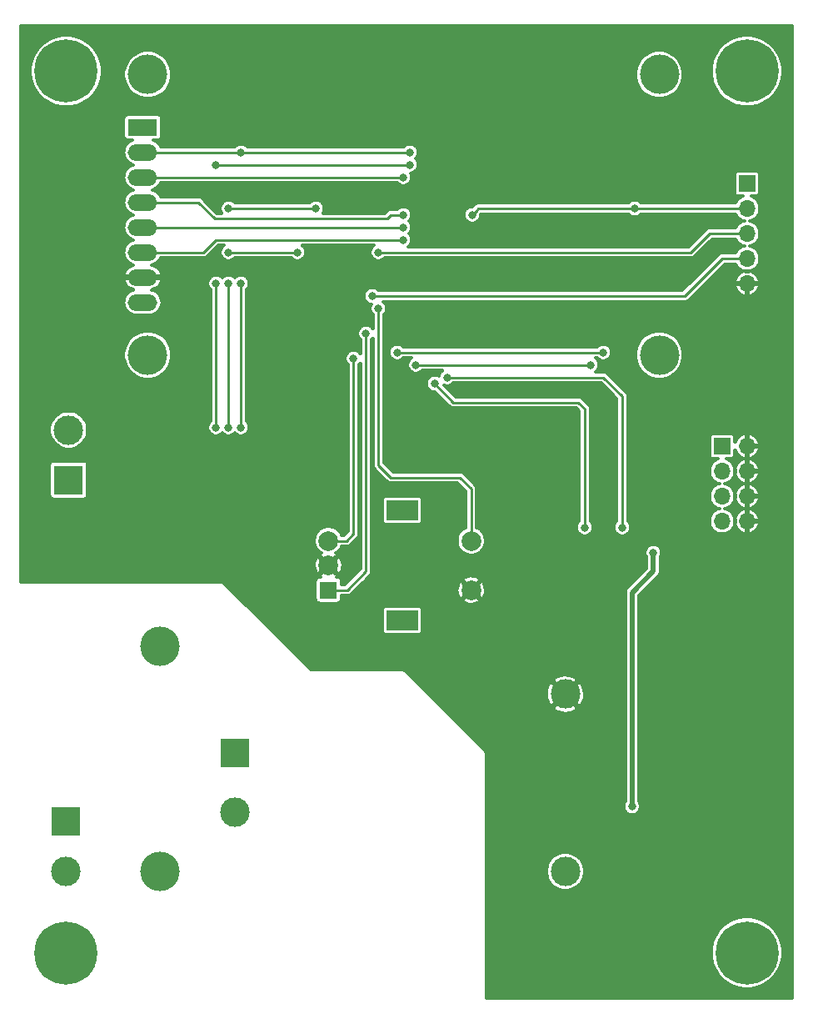
<source format=gbl>
%TF.GenerationSoftware,KiCad,Pcbnew,5.1.8*%
%TF.CreationDate,2021-01-05T14:46:37+01:00*%
%TF.ProjectId,reflow-controller,7265666c-6f77-42d6-936f-6e74726f6c6c,rev?*%
%TF.SameCoordinates,Original*%
%TF.FileFunction,Copper,L2,Bot*%
%TF.FilePolarity,Positive*%
%FSLAX46Y46*%
G04 Gerber Fmt 4.6, Leading zero omitted, Abs format (unit mm)*
G04 Created by KiCad (PCBNEW 5.1.8) date 2021-01-05 14:46:37*
%MOMM*%
%LPD*%
G01*
G04 APERTURE LIST*
%TA.AperFunction,ComponentPad*%
%ADD10O,3.000000X1.700000*%
%TD*%
%TA.AperFunction,ComponentPad*%
%ADD11R,3.000000X1.700000*%
%TD*%
%TA.AperFunction,ComponentPad*%
%ADD12C,4.000000*%
%TD*%
%TA.AperFunction,ComponentPad*%
%ADD13C,6.400000*%
%TD*%
%TA.AperFunction,ComponentPad*%
%ADD14C,3.000000*%
%TD*%
%TA.AperFunction,ComponentPad*%
%ADD15R,3.000000X3.000000*%
%TD*%
%TA.AperFunction,ComponentPad*%
%ADD16C,4.000500*%
%TD*%
%TA.AperFunction,ComponentPad*%
%ADD17R,1.800000X1.800000*%
%TD*%
%TA.AperFunction,ComponentPad*%
%ADD18C,2.000000*%
%TD*%
%TA.AperFunction,ComponentPad*%
%ADD19R,3.200000X2.000000*%
%TD*%
%TA.AperFunction,ComponentPad*%
%ADD20O,1.700000X1.700000*%
%TD*%
%TA.AperFunction,ComponentPad*%
%ADD21R,1.700000X1.700000*%
%TD*%
%TA.AperFunction,ViaPad*%
%ADD22C,0.800000*%
%TD*%
%TA.AperFunction,Conductor*%
%ADD23C,0.250000*%
%TD*%
%TA.AperFunction,Conductor*%
%ADD24C,0.500000*%
%TD*%
%TA.AperFunction,Conductor*%
%ADD25C,0.300000*%
%TD*%
%TA.AperFunction,Conductor*%
%ADD26C,0.100000*%
%TD*%
G04 APERTURE END LIST*
D10*
%TO.P,J4,8*%
%TO.N,+3V3*%
X95420000Y-113030000D03*
%TO.P,J4,7*%
%TO.N,GND*%
X95420000Y-110490000D03*
%TO.P,J4,6*%
%TO.N,DISP_CS*%
X95420000Y-107950000D03*
D11*
%TO.P,J4,1*%
%TO.N,DISP_LED*%
X95420000Y-95250000D03*
D10*
%TO.P,J4,2*%
%TO.N,SCK*%
X95420000Y-97790000D03*
%TO.P,J4,3*%
%TO.N,MOSI*%
X95420000Y-100330000D03*
%TO.P,J4,4*%
%TO.N,DISP_DC*%
X95420000Y-102870000D03*
%TO.P,J4,5*%
%TO.N,DISP_RST*%
X95420000Y-105410000D03*
D12*
%TO.P,J4,*%
%TO.N,*%
X147920000Y-118390000D03*
X147920000Y-89890000D03*
X95920000Y-118390000D03*
X95920000Y-89890000D03*
%TD*%
D13*
%TO.P,REF\u002A\u002A,1*%
%TO.N,N/C*%
X87630000Y-89535000D03*
%TD*%
%TO.P,REF\u002A\u002A,1*%
%TO.N,N/C*%
X156845000Y-89535000D03*
%TD*%
%TO.P,REF\u002A\u002A,1*%
%TO.N,N/C*%
X156845000Y-179070000D03*
%TD*%
%TO.P,REF\u002A\u002A,1*%
%TO.N,N/C*%
X87630000Y-179070000D03*
%TD*%
D14*
%TO.P,PS1,4*%
%TO.N,+5V*%
X138375000Y-170815000D03*
%TO.P,PS1,3*%
%TO.N,GND*%
X138375000Y-152815000D03*
%TO.P,PS1,2*%
%TO.N,Net-(J2-Pad1)*%
X104775000Y-164815000D03*
D15*
%TO.P,PS1,1*%
%TO.N,Net-(F1-Pad1)*%
X104775000Y-158815000D03*
%TD*%
D16*
%TO.P,F1,1*%
%TO.N,Net-(F1-Pad1)*%
X97155000Y-147955000D03*
%TO.P,F1,2*%
%TO.N,Net-(F1-Pad2)*%
X97155000Y-170815000D03*
%TD*%
D14*
%TO.P,J2,2*%
%TO.N,Net-(F1-Pad2)*%
X87630000Y-170815000D03*
D15*
%TO.P,J2,1*%
%TO.N,Net-(J2-Pad1)*%
X87630000Y-165735000D03*
%TD*%
D17*
%TO.P,SW1,A*%
%TO.N,ENC_A*%
X114300000Y-142240000D03*
D18*
%TO.P,SW1,C*%
%TO.N,GND*%
X114300000Y-139740000D03*
%TO.P,SW1,B*%
%TO.N,ENC_B*%
X114300000Y-137240000D03*
D19*
%TO.P,SW1,MP*%
%TO.N,N/C*%
X121800000Y-145340000D03*
X121800000Y-134140000D03*
D18*
%TO.P,SW1,S2*%
%TO.N,GND*%
X128800000Y-142240000D03*
%TO.P,SW1,S1*%
%TO.N,ENC_BUTTON*%
X128800000Y-137240000D03*
%TD*%
D14*
%TO.P,J5,2*%
%TO.N,Net-(J5-Pad2)*%
X87884000Y-125984000D03*
D15*
%TO.P,J5,1*%
%TO.N,Net-(J5-Pad1)*%
X87884000Y-131064000D03*
%TD*%
D20*
%TO.P,J3,8*%
%TO.N,GND*%
X156845000Y-135255000D03*
%TO.P,J3,7*%
%TO.N,Net-(J3-Pad7)*%
X154305000Y-135255000D03*
%TO.P,J3,6*%
%TO.N,GND*%
X156845000Y-132715000D03*
%TO.P,J3,5*%
%TO.N,Net-(J3-Pad5)*%
X154305000Y-132715000D03*
%TO.P,J3,4*%
%TO.N,GND*%
X156845000Y-130175000D03*
%TO.P,J3,3*%
%TO.N,Net-(J3-Pad3)*%
X154305000Y-130175000D03*
%TO.P,J3,2*%
%TO.N,GND*%
X156845000Y-127635000D03*
D21*
%TO.P,J3,1*%
%TO.N,Net-(J3-Pad1)*%
X154305000Y-127635000D03*
%TD*%
D20*
%TO.P,J1,5*%
%TO.N,GND*%
X156845000Y-111125000D03*
%TO.P,J1,4*%
%TO.N,SWCLK*%
X156845000Y-108585000D03*
%TO.P,J1,3*%
%TO.N,SWDIO*%
X156845000Y-106045000D03*
%TO.P,J1,2*%
%TO.N,NRST*%
X156845000Y-103505000D03*
D21*
%TO.P,J1,1*%
%TO.N,+3V3*%
X156845000Y-100965000D03*
%TD*%
D22*
%TO.N,NRST*%
X128904984Y-104140000D03*
X145415000Y-103505000D03*
%TO.N,+5V*%
X147320000Y-138430000D03*
X145155000Y-164205000D03*
%TO.N,ENC_A*%
X118110000Y-116205000D03*
%TO.N,ENC_B*%
X116840000Y-118745000D03*
%TO.N,ENC_BUTTON*%
X119380000Y-113665000D03*
%TO.N,SWCLK*%
X118745000Y-112395000D03*
%TO.N,SWDIO*%
X119380000Y-107950000D03*
%TO.N,DISP_CS*%
X121920000Y-106680000D03*
%TO.N,DISP_RST*%
X121919996Y-105410000D03*
%TO.N,DISP_DC*%
X121920000Y-104140000D03*
%TO.N,MOSI*%
X121919990Y-100330000D03*
%TO.N,SCK*%
X122555000Y-97790000D03*
X105410000Y-97790000D03*
X105410000Y-111125000D03*
X105410000Y-125730000D03*
%TO.N,DISP_LED*%
X104140000Y-103505000D03*
X113030000Y-103505000D03*
%TO.N,OUT3*%
X140335000Y-135890000D03*
X125095000Y-121285000D03*
%TO.N,OUT2*%
X123190000Y-119380000D03*
X140970000Y-119380000D03*
%TO.N,OUT1*%
X121285000Y-118110000D03*
X142240000Y-118110000D03*
%TO.N,MAX6675_CS*%
X104140000Y-107950000D03*
X104140000Y-111125000D03*
X104140000Y-125730000D03*
X111125000Y-107950000D03*
%TO.N,OUT4*%
X144145000Y-135890000D03*
X144145000Y-135890000D03*
X144145000Y-135890000D03*
X144145000Y-135890000D03*
X126365000Y-120650006D03*
%TO.N,MISO*%
X122555000Y-99060000D03*
X122555000Y-99060000D03*
X102870000Y-99060000D03*
X102870000Y-111125000D03*
X102870000Y-125730000D03*
%TD*%
D23*
%TO.N,NRST*%
X129412984Y-103632000D02*
X128904984Y-104140000D01*
X129539984Y-103505000D02*
X128904984Y-104140000D01*
X145415000Y-103505000D02*
X129539984Y-103505000D01*
X145415000Y-103505000D02*
X156845000Y-103505000D01*
D24*
%TO.N,+5V*%
X145155000Y-164205000D02*
X145155000Y-142500000D01*
X147320000Y-140335000D02*
X147320000Y-138430000D01*
X145155000Y-142500000D02*
X147320000Y-140335000D01*
D23*
%TO.N,ENC_A*%
X114300000Y-142240000D02*
X116205000Y-142240000D01*
X116205000Y-142240000D02*
X118110000Y-140335000D01*
X118110000Y-140335000D02*
X118110000Y-121920000D01*
X118110000Y-121920000D02*
X118110000Y-116205000D01*
X118110000Y-116205000D02*
X118110000Y-116205000D01*
%TO.N,ENC_B*%
X114300000Y-137240000D02*
X116125000Y-137240000D01*
X116125000Y-137240000D02*
X116840000Y-136525000D01*
X116840000Y-136525000D02*
X116840000Y-121920000D01*
X116840000Y-121920000D02*
X116840000Y-118745000D01*
%TO.N,ENC_BUTTON*%
X127635000Y-130810000D02*
X128800000Y-131975000D01*
X120650000Y-130810000D02*
X127635000Y-130810000D01*
X119380000Y-129540000D02*
X120650000Y-130810000D01*
X128800000Y-131975000D02*
X128800000Y-137240000D01*
X119380000Y-113665000D02*
X119380000Y-129540000D01*
%TO.N,SWCLK*%
X150495000Y-112395000D02*
X118745000Y-112395000D01*
X154305000Y-108585000D02*
X150495000Y-112395000D01*
X156972000Y-108712000D02*
X156845000Y-108585000D01*
X154305000Y-108585000D02*
X156845000Y-108585000D01*
%TO.N,SWDIO*%
X151130000Y-107950000D02*
X119380000Y-107950000D01*
X153035000Y-106045000D02*
X152400000Y-106680000D01*
X152400000Y-106680000D02*
X151130000Y-107950000D01*
X152908000Y-106172000D02*
X152400000Y-106680000D01*
X153035000Y-106045000D02*
X156845000Y-106045000D01*
%TO.N,DISP_CS*%
X95420000Y-107950000D02*
X96520000Y-107950000D01*
X101600000Y-107950000D02*
X102870000Y-106680000D01*
X102870000Y-106680000D02*
X121920000Y-106680000D01*
X95420000Y-107950000D02*
X101600000Y-107950000D01*
%TO.N,DISP_RST*%
X95420000Y-105410000D02*
X121919996Y-105410000D01*
%TO.N,DISP_DC*%
X95420000Y-102870000D02*
X96520000Y-102870000D01*
X120650000Y-104140000D02*
X121920000Y-104140000D01*
X120250001Y-104539999D02*
X120650000Y-104140000D01*
X102719999Y-104539999D02*
X120250001Y-104539999D01*
X101050000Y-102870000D02*
X102719999Y-104539999D01*
X95420000Y-102870000D02*
X101050000Y-102870000D01*
%TO.N,MOSI*%
X95420000Y-100330000D02*
X121919990Y-100330000D01*
%TO.N,SCK*%
X95420000Y-97790000D02*
X105410000Y-97790000D01*
X105410000Y-97790000D02*
X122555000Y-97790000D01*
X105410000Y-111125000D02*
X105410000Y-125730000D01*
%TO.N,DISP_LED*%
X104140000Y-103505000D02*
X104140000Y-103505000D01*
X112464315Y-103505000D02*
X113030000Y-103505000D01*
X104140000Y-103505000D02*
X112464315Y-103505000D01*
%TO.N,OUT3*%
X127000000Y-123190000D02*
X125095000Y-121285000D01*
X139700000Y-123190000D02*
X127000000Y-123190000D01*
X140335000Y-123825000D02*
X139700000Y-123190000D01*
X140335000Y-135890000D02*
X140335000Y-123825000D01*
X125095000Y-121285000D02*
X125095000Y-121285000D01*
%TO.N,OUT2*%
X123190000Y-119380000D02*
X140970000Y-119380000D01*
%TO.N,OUT1*%
X121285000Y-118110000D02*
X142240000Y-118110000D01*
X142240000Y-118110000D02*
X142240000Y-118110000D01*
%TO.N,MAX6675_CS*%
X104140000Y-107950000D02*
X111125000Y-107950000D01*
X104140000Y-125730000D02*
X104140000Y-111125000D01*
%TO.N,OUT4*%
X144145000Y-135890000D02*
X144145000Y-122555000D01*
X144145000Y-122555000D02*
X142240006Y-120650006D01*
X142240006Y-120650006D02*
X126365000Y-120650006D01*
%TO.N,MISO*%
X122555000Y-99060000D02*
X102870000Y-99060000D01*
X102870000Y-99060000D02*
X102870000Y-99060000D01*
X102870000Y-111125000D02*
X102870000Y-125730000D01*
%TD*%
D25*
%TO.N,GND*%
X161450000Y-183675000D02*
X130325000Y-183675000D01*
X130325000Y-178710506D01*
X153195000Y-178710506D01*
X153195000Y-179429494D01*
X153335267Y-180134666D01*
X153610412Y-180798923D01*
X154009860Y-181396740D01*
X154518260Y-181905140D01*
X155116077Y-182304588D01*
X155780334Y-182579733D01*
X156485506Y-182720000D01*
X157204494Y-182720000D01*
X157909666Y-182579733D01*
X158573923Y-182304588D01*
X159171740Y-181905140D01*
X159680140Y-181396740D01*
X160079588Y-180798923D01*
X160354733Y-180134666D01*
X160495000Y-179429494D01*
X160495000Y-178710506D01*
X160354733Y-178005334D01*
X160079588Y-177341077D01*
X159680140Y-176743260D01*
X159171740Y-176234860D01*
X158573923Y-175835412D01*
X157909666Y-175560267D01*
X157204494Y-175420000D01*
X156485506Y-175420000D01*
X155780334Y-175560267D01*
X155116077Y-175835412D01*
X154518260Y-176234860D01*
X154009860Y-176743260D01*
X153610412Y-177341077D01*
X153335267Y-178005334D01*
X153195000Y-178710506D01*
X130325000Y-178710506D01*
X130325000Y-170622942D01*
X136425000Y-170622942D01*
X136425000Y-171007058D01*
X136499938Y-171383794D01*
X136646933Y-171738671D01*
X136860336Y-172058052D01*
X137131948Y-172329664D01*
X137451329Y-172543067D01*
X137806206Y-172690062D01*
X138182942Y-172765000D01*
X138567058Y-172765000D01*
X138943794Y-172690062D01*
X139298671Y-172543067D01*
X139618052Y-172329664D01*
X139889664Y-172058052D01*
X140103067Y-171738671D01*
X140250062Y-171383794D01*
X140325000Y-171007058D01*
X140325000Y-170622942D01*
X140250062Y-170246206D01*
X140103067Y-169891329D01*
X139889664Y-169571948D01*
X139618052Y-169300336D01*
X139298671Y-169086933D01*
X138943794Y-168939938D01*
X138567058Y-168865000D01*
X138182942Y-168865000D01*
X137806206Y-168939938D01*
X137451329Y-169086933D01*
X137131948Y-169300336D01*
X136860336Y-169571948D01*
X136646933Y-169891329D01*
X136499938Y-170246206D01*
X136425000Y-170622942D01*
X130325000Y-170622942D01*
X130325000Y-164121282D01*
X144305000Y-164121282D01*
X144305000Y-164288718D01*
X144337665Y-164452936D01*
X144401740Y-164607626D01*
X144494762Y-164746844D01*
X144613156Y-164865238D01*
X144752374Y-164958260D01*
X144907064Y-165022335D01*
X145071282Y-165055000D01*
X145238718Y-165055000D01*
X145402936Y-165022335D01*
X145557626Y-164958260D01*
X145696844Y-164865238D01*
X145815238Y-164746844D01*
X145908260Y-164607626D01*
X145972335Y-164452936D01*
X146005000Y-164288718D01*
X146005000Y-164121282D01*
X145972335Y-163957064D01*
X145908260Y-163802374D01*
X145855000Y-163722664D01*
X145855000Y-142789949D01*
X147790658Y-140854291D01*
X147817369Y-140832370D01*
X147904845Y-140725781D01*
X147969845Y-140604175D01*
X148009872Y-140472224D01*
X148020000Y-140369390D01*
X148020000Y-140369388D01*
X148023387Y-140335001D01*
X148020000Y-140300614D01*
X148020000Y-138912336D01*
X148073260Y-138832626D01*
X148137335Y-138677936D01*
X148170000Y-138513718D01*
X148170000Y-138346282D01*
X148137335Y-138182064D01*
X148073260Y-138027374D01*
X147980238Y-137888156D01*
X147861844Y-137769762D01*
X147722626Y-137676740D01*
X147567936Y-137612665D01*
X147403718Y-137580000D01*
X147236282Y-137580000D01*
X147072064Y-137612665D01*
X146917374Y-137676740D01*
X146778156Y-137769762D01*
X146659762Y-137888156D01*
X146566740Y-138027374D01*
X146502665Y-138182064D01*
X146470000Y-138346282D01*
X146470000Y-138513718D01*
X146502665Y-138677936D01*
X146566740Y-138832626D01*
X146620001Y-138912337D01*
X146620000Y-140045051D01*
X144684342Y-141980709D01*
X144657631Y-142002630D01*
X144635710Y-142029341D01*
X144635708Y-142029343D01*
X144570155Y-142109219D01*
X144505155Y-142230826D01*
X144477271Y-142322750D01*
X144468180Y-142352720D01*
X144465129Y-142362777D01*
X144451613Y-142500000D01*
X144455001Y-142534397D01*
X144455000Y-163722664D01*
X144401740Y-163802374D01*
X144337665Y-163957064D01*
X144305000Y-164121282D01*
X130325000Y-164121282D01*
X130325000Y-158750000D01*
X130322118Y-158720736D01*
X130313582Y-158692597D01*
X130299720Y-158666664D01*
X130281066Y-158643934D01*
X125829580Y-154192448D01*
X137144631Y-154192448D01*
X137309034Y-154459112D01*
X137650267Y-154635480D01*
X138019351Y-154741889D01*
X138402101Y-154774248D01*
X138783811Y-154731315D01*
X139149810Y-154614737D01*
X139440966Y-154459112D01*
X139605369Y-154192448D01*
X138375000Y-152962078D01*
X137144631Y-154192448D01*
X125829580Y-154192448D01*
X124479233Y-152842101D01*
X136415752Y-152842101D01*
X136458685Y-153223811D01*
X136575263Y-153589810D01*
X136730888Y-153880966D01*
X136997552Y-154045369D01*
X138227922Y-152815000D01*
X138522078Y-152815000D01*
X139752448Y-154045369D01*
X140019112Y-153880966D01*
X140195480Y-153539733D01*
X140301889Y-153170649D01*
X140334248Y-152787899D01*
X140291315Y-152406189D01*
X140174737Y-152040190D01*
X140019112Y-151749034D01*
X139752448Y-151584631D01*
X138522078Y-152815000D01*
X138227922Y-152815000D01*
X136997552Y-151584631D01*
X136730888Y-151749034D01*
X136554520Y-152090267D01*
X136448111Y-152459351D01*
X136415752Y-152842101D01*
X124479233Y-152842101D01*
X123074684Y-151437552D01*
X137144631Y-151437552D01*
X138375000Y-152667922D01*
X139605369Y-151437552D01*
X139440966Y-151170888D01*
X139099733Y-150994520D01*
X138730649Y-150888111D01*
X138347899Y-150855752D01*
X137966189Y-150898685D01*
X137600190Y-151015263D01*
X137309034Y-151170888D01*
X137144631Y-151437552D01*
X123074684Y-151437552D01*
X122026066Y-150388934D01*
X122003336Y-150370280D01*
X121977403Y-150356418D01*
X121949264Y-150347882D01*
X121920000Y-150345000D01*
X112457132Y-150345000D01*
X106452132Y-144340000D01*
X119747823Y-144340000D01*
X119747823Y-146340000D01*
X119756511Y-146428215D01*
X119782243Y-146513041D01*
X119824029Y-146591216D01*
X119880263Y-146659737D01*
X119948784Y-146715971D01*
X120026959Y-146757757D01*
X120111785Y-146783489D01*
X120200000Y-146792177D01*
X123400000Y-146792177D01*
X123488215Y-146783489D01*
X123573041Y-146757757D01*
X123651216Y-146715971D01*
X123719737Y-146659737D01*
X123775971Y-146591216D01*
X123817757Y-146513041D01*
X123843489Y-146428215D01*
X123852177Y-146340000D01*
X123852177Y-144340000D01*
X123843489Y-144251785D01*
X123817757Y-144166959D01*
X123775971Y-144088784D01*
X123719737Y-144020263D01*
X123651216Y-143964029D01*
X123573041Y-143922243D01*
X123488215Y-143896511D01*
X123400000Y-143887823D01*
X120200000Y-143887823D01*
X120111785Y-143896511D01*
X120026959Y-143922243D01*
X119948784Y-143964029D01*
X119880263Y-144020263D01*
X119824029Y-144088784D01*
X119782243Y-144166959D01*
X119756511Y-144251785D01*
X119747823Y-144340000D01*
X106452132Y-144340000D01*
X103611066Y-141498934D01*
X103588336Y-141480280D01*
X103562403Y-141466418D01*
X103534264Y-141457882D01*
X103505000Y-141455000D01*
X83025000Y-141455000D01*
X83025000Y-139786864D01*
X112843738Y-139786864D01*
X112880862Y-140070066D01*
X112972523Y-140340584D01*
X113063126Y-140510090D01*
X113278593Y-140614329D01*
X114152922Y-139740000D01*
X114447078Y-139740000D01*
X115321407Y-140614329D01*
X115536874Y-140510090D01*
X115663345Y-140253991D01*
X115737424Y-139978139D01*
X115756262Y-139693136D01*
X115719138Y-139409934D01*
X115627477Y-139139416D01*
X115536874Y-138969910D01*
X115321407Y-138865671D01*
X114447078Y-139740000D01*
X114152922Y-139740000D01*
X113278593Y-138865671D01*
X113063126Y-138969910D01*
X112936655Y-139226009D01*
X112862576Y-139501861D01*
X112843738Y-139786864D01*
X83025000Y-139786864D01*
X83025000Y-129564000D01*
X85931823Y-129564000D01*
X85931823Y-132564000D01*
X85940511Y-132652215D01*
X85966243Y-132737041D01*
X86008029Y-132815216D01*
X86064263Y-132883737D01*
X86132784Y-132939971D01*
X86210959Y-132981757D01*
X86295785Y-133007489D01*
X86384000Y-133016177D01*
X89384000Y-133016177D01*
X89472215Y-133007489D01*
X89557041Y-132981757D01*
X89635216Y-132939971D01*
X89703737Y-132883737D01*
X89759971Y-132815216D01*
X89801757Y-132737041D01*
X89827489Y-132652215D01*
X89836177Y-132564000D01*
X89836177Y-129564000D01*
X89827489Y-129475785D01*
X89801757Y-129390959D01*
X89759971Y-129312784D01*
X89703737Y-129244263D01*
X89635216Y-129188029D01*
X89557041Y-129146243D01*
X89472215Y-129120511D01*
X89384000Y-129111823D01*
X86384000Y-129111823D01*
X86295785Y-129120511D01*
X86210959Y-129146243D01*
X86132784Y-129188029D01*
X86064263Y-129244263D01*
X86008029Y-129312784D01*
X85966243Y-129390959D01*
X85940511Y-129475785D01*
X85931823Y-129564000D01*
X83025000Y-129564000D01*
X83025000Y-125791942D01*
X85934000Y-125791942D01*
X85934000Y-126176058D01*
X86008938Y-126552794D01*
X86155933Y-126907671D01*
X86369336Y-127227052D01*
X86640948Y-127498664D01*
X86960329Y-127712067D01*
X87315206Y-127859062D01*
X87691942Y-127934000D01*
X88076058Y-127934000D01*
X88452794Y-127859062D01*
X88807671Y-127712067D01*
X89127052Y-127498664D01*
X89398664Y-127227052D01*
X89612067Y-126907671D01*
X89759062Y-126552794D01*
X89834000Y-126176058D01*
X89834000Y-125791942D01*
X89759062Y-125415206D01*
X89612067Y-125060329D01*
X89398664Y-124740948D01*
X89127052Y-124469336D01*
X88807671Y-124255933D01*
X88452794Y-124108938D01*
X88076058Y-124034000D01*
X87691942Y-124034000D01*
X87315206Y-124108938D01*
X86960329Y-124255933D01*
X86640948Y-124469336D01*
X86369336Y-124740948D01*
X86155933Y-125060329D01*
X86008938Y-125415206D01*
X85934000Y-125791942D01*
X83025000Y-125791942D01*
X83025000Y-118148696D01*
X93470000Y-118148696D01*
X93470000Y-118631304D01*
X93564152Y-119104639D01*
X93748838Y-119550510D01*
X94016960Y-119951784D01*
X94358216Y-120293040D01*
X94759490Y-120561162D01*
X95205361Y-120745848D01*
X95678696Y-120840000D01*
X96161304Y-120840000D01*
X96634639Y-120745848D01*
X97080510Y-120561162D01*
X97481784Y-120293040D01*
X97823040Y-119951784D01*
X98091162Y-119550510D01*
X98275848Y-119104639D01*
X98370000Y-118631304D01*
X98370000Y-118148696D01*
X98275848Y-117675361D01*
X98091162Y-117229490D01*
X97823040Y-116828216D01*
X97481784Y-116486960D01*
X97080510Y-116218838D01*
X96634639Y-116034152D01*
X96161304Y-115940000D01*
X95678696Y-115940000D01*
X95205361Y-116034152D01*
X94759490Y-116218838D01*
X94358216Y-116486960D01*
X94016960Y-116828216D01*
X93748838Y-117229490D01*
X93564152Y-117675361D01*
X93470000Y-118148696D01*
X83025000Y-118148696D01*
X83025000Y-113030000D01*
X93463710Y-113030000D01*
X93488810Y-113284845D01*
X93563145Y-113529896D01*
X93683860Y-113755736D01*
X93846313Y-113953687D01*
X94044264Y-114116140D01*
X94270104Y-114236855D01*
X94515155Y-114311190D01*
X94706136Y-114330000D01*
X96133864Y-114330000D01*
X96324845Y-114311190D01*
X96569896Y-114236855D01*
X96795736Y-114116140D01*
X96993687Y-113953687D01*
X97156140Y-113755736D01*
X97276855Y-113529896D01*
X97351190Y-113284845D01*
X97376290Y-113030000D01*
X97351190Y-112775155D01*
X97276855Y-112530104D01*
X97156140Y-112304264D01*
X96993687Y-112106313D01*
X96795736Y-111943860D01*
X96569896Y-111823145D01*
X96353921Y-111757630D01*
X96425619Y-111744731D01*
X96663572Y-111651244D01*
X96878714Y-111513131D01*
X97062778Y-111335700D01*
X97208690Y-111125769D01*
X97245515Y-111041282D01*
X102020000Y-111041282D01*
X102020000Y-111208718D01*
X102052665Y-111372936D01*
X102116740Y-111527626D01*
X102209762Y-111666844D01*
X102295000Y-111752082D01*
X102295001Y-125102917D01*
X102209762Y-125188156D01*
X102116740Y-125327374D01*
X102052665Y-125482064D01*
X102020000Y-125646282D01*
X102020000Y-125813718D01*
X102052665Y-125977936D01*
X102116740Y-126132626D01*
X102209762Y-126271844D01*
X102328156Y-126390238D01*
X102467374Y-126483260D01*
X102622064Y-126547335D01*
X102786282Y-126580000D01*
X102953718Y-126580000D01*
X103117936Y-126547335D01*
X103272626Y-126483260D01*
X103411844Y-126390238D01*
X103505000Y-126297082D01*
X103598156Y-126390238D01*
X103737374Y-126483260D01*
X103892064Y-126547335D01*
X104056282Y-126580000D01*
X104223718Y-126580000D01*
X104387936Y-126547335D01*
X104542626Y-126483260D01*
X104681844Y-126390238D01*
X104775000Y-126297082D01*
X104868156Y-126390238D01*
X105007374Y-126483260D01*
X105162064Y-126547335D01*
X105326282Y-126580000D01*
X105493718Y-126580000D01*
X105657936Y-126547335D01*
X105812626Y-126483260D01*
X105951844Y-126390238D01*
X106070238Y-126271844D01*
X106163260Y-126132626D01*
X106227335Y-125977936D01*
X106260000Y-125813718D01*
X106260000Y-125646282D01*
X106227335Y-125482064D01*
X106163260Y-125327374D01*
X106070238Y-125188156D01*
X105985000Y-125102918D01*
X105985000Y-111752082D01*
X106070238Y-111666844D01*
X106163260Y-111527626D01*
X106227335Y-111372936D01*
X106260000Y-111208718D01*
X106260000Y-111041282D01*
X106227335Y-110877064D01*
X106163260Y-110722374D01*
X106070238Y-110583156D01*
X105951844Y-110464762D01*
X105812626Y-110371740D01*
X105657936Y-110307665D01*
X105493718Y-110275000D01*
X105326282Y-110275000D01*
X105162064Y-110307665D01*
X105007374Y-110371740D01*
X104868156Y-110464762D01*
X104775000Y-110557918D01*
X104681844Y-110464762D01*
X104542626Y-110371740D01*
X104387936Y-110307665D01*
X104223718Y-110275000D01*
X104056282Y-110275000D01*
X103892064Y-110307665D01*
X103737374Y-110371740D01*
X103598156Y-110464762D01*
X103505000Y-110557918D01*
X103411844Y-110464762D01*
X103272626Y-110371740D01*
X103117936Y-110307665D01*
X102953718Y-110275000D01*
X102786282Y-110275000D01*
X102622064Y-110307665D01*
X102467374Y-110371740D01*
X102328156Y-110464762D01*
X102209762Y-110583156D01*
X102116740Y-110722374D01*
X102052665Y-110877064D01*
X102020000Y-111041282D01*
X97245515Y-111041282D01*
X97310843Y-110891405D01*
X97333610Y-110795433D01*
X97252937Y-110594000D01*
X95524000Y-110594000D01*
X95524000Y-110614000D01*
X95316000Y-110614000D01*
X95316000Y-110594000D01*
X93587063Y-110594000D01*
X93506390Y-110795433D01*
X93529157Y-110891405D01*
X93631310Y-111125769D01*
X93777222Y-111335700D01*
X93961286Y-111513131D01*
X94176428Y-111651244D01*
X94414381Y-111744731D01*
X94486079Y-111757630D01*
X94270104Y-111823145D01*
X94044264Y-111943860D01*
X93846313Y-112106313D01*
X93683860Y-112304264D01*
X93563145Y-112530104D01*
X93488810Y-112775155D01*
X93463710Y-113030000D01*
X83025000Y-113030000D01*
X83025000Y-97790000D01*
X93463710Y-97790000D01*
X93488810Y-98044845D01*
X93563145Y-98289896D01*
X93683860Y-98515736D01*
X93846313Y-98713687D01*
X94044264Y-98876140D01*
X94270104Y-98996855D01*
X94478266Y-99060000D01*
X94270104Y-99123145D01*
X94044264Y-99243860D01*
X93846313Y-99406313D01*
X93683860Y-99604264D01*
X93563145Y-99830104D01*
X93488810Y-100075155D01*
X93463710Y-100330000D01*
X93488810Y-100584845D01*
X93563145Y-100829896D01*
X93683860Y-101055736D01*
X93846313Y-101253687D01*
X94044264Y-101416140D01*
X94270104Y-101536855D01*
X94478266Y-101600000D01*
X94270104Y-101663145D01*
X94044264Y-101783860D01*
X93846313Y-101946313D01*
X93683860Y-102144264D01*
X93563145Y-102370104D01*
X93488810Y-102615155D01*
X93463710Y-102870000D01*
X93488810Y-103124845D01*
X93563145Y-103369896D01*
X93683860Y-103595736D01*
X93846313Y-103793687D01*
X94044264Y-103956140D01*
X94270104Y-104076855D01*
X94478266Y-104140000D01*
X94270104Y-104203145D01*
X94044264Y-104323860D01*
X93846313Y-104486313D01*
X93683860Y-104684264D01*
X93563145Y-104910104D01*
X93488810Y-105155155D01*
X93463710Y-105410000D01*
X93488810Y-105664845D01*
X93563145Y-105909896D01*
X93683860Y-106135736D01*
X93846313Y-106333687D01*
X94044264Y-106496140D01*
X94270104Y-106616855D01*
X94478266Y-106680000D01*
X94270104Y-106743145D01*
X94044264Y-106863860D01*
X93846313Y-107026313D01*
X93683860Y-107224264D01*
X93563145Y-107450104D01*
X93488810Y-107695155D01*
X93463710Y-107950000D01*
X93488810Y-108204845D01*
X93563145Y-108449896D01*
X93683860Y-108675736D01*
X93846313Y-108873687D01*
X94044264Y-109036140D01*
X94270104Y-109156855D01*
X94486079Y-109222370D01*
X94414381Y-109235269D01*
X94176428Y-109328756D01*
X93961286Y-109466869D01*
X93777222Y-109644300D01*
X93631310Y-109854231D01*
X93529157Y-110088595D01*
X93506390Y-110184567D01*
X93587063Y-110386000D01*
X95316000Y-110386000D01*
X95316000Y-110366000D01*
X95524000Y-110366000D01*
X95524000Y-110386000D01*
X97252937Y-110386000D01*
X97333610Y-110184567D01*
X97310843Y-110088595D01*
X97208690Y-109854231D01*
X97062778Y-109644300D01*
X96878714Y-109466869D01*
X96663572Y-109328756D01*
X96425619Y-109235269D01*
X96353921Y-109222370D01*
X96569896Y-109156855D01*
X96795736Y-109036140D01*
X96993687Y-108873687D01*
X97156140Y-108675736D01*
X97236711Y-108525000D01*
X101571757Y-108525000D01*
X101600000Y-108527782D01*
X101628243Y-108525000D01*
X101628246Y-108525000D01*
X101712720Y-108516680D01*
X101821108Y-108483801D01*
X101920998Y-108430408D01*
X102008554Y-108358554D01*
X102026565Y-108336607D01*
X103108173Y-107255000D01*
X103650181Y-107255000D01*
X103598156Y-107289762D01*
X103479762Y-107408156D01*
X103386740Y-107547374D01*
X103322665Y-107702064D01*
X103290000Y-107866282D01*
X103290000Y-108033718D01*
X103322665Y-108197936D01*
X103386740Y-108352626D01*
X103479762Y-108491844D01*
X103598156Y-108610238D01*
X103737374Y-108703260D01*
X103892064Y-108767335D01*
X104056282Y-108800000D01*
X104223718Y-108800000D01*
X104387936Y-108767335D01*
X104542626Y-108703260D01*
X104681844Y-108610238D01*
X104767082Y-108525000D01*
X110497918Y-108525000D01*
X110583156Y-108610238D01*
X110722374Y-108703260D01*
X110877064Y-108767335D01*
X111041282Y-108800000D01*
X111208718Y-108800000D01*
X111372936Y-108767335D01*
X111527626Y-108703260D01*
X111666844Y-108610238D01*
X111785238Y-108491844D01*
X111878260Y-108352626D01*
X111942335Y-108197936D01*
X111975000Y-108033718D01*
X111975000Y-107866282D01*
X111942335Y-107702064D01*
X111878260Y-107547374D01*
X111785238Y-107408156D01*
X111666844Y-107289762D01*
X111614819Y-107255000D01*
X118890181Y-107255000D01*
X118838156Y-107289762D01*
X118719762Y-107408156D01*
X118626740Y-107547374D01*
X118562665Y-107702064D01*
X118530000Y-107866282D01*
X118530000Y-108033718D01*
X118562665Y-108197936D01*
X118626740Y-108352626D01*
X118719762Y-108491844D01*
X118838156Y-108610238D01*
X118977374Y-108703260D01*
X119132064Y-108767335D01*
X119296282Y-108800000D01*
X119463718Y-108800000D01*
X119627936Y-108767335D01*
X119782626Y-108703260D01*
X119921844Y-108610238D01*
X120007082Y-108525000D01*
X151101757Y-108525000D01*
X151130000Y-108527782D01*
X151158243Y-108525000D01*
X151158246Y-108525000D01*
X151242720Y-108516680D01*
X151351108Y-108483801D01*
X151450998Y-108430408D01*
X151538554Y-108358554D01*
X151556565Y-108336607D01*
X152826559Y-107066614D01*
X152826564Y-107066608D01*
X153100453Y-106792719D01*
X153273173Y-106620000D01*
X155676063Y-106620000D01*
X155692955Y-106660781D01*
X155835224Y-106873702D01*
X156016298Y-107054776D01*
X156229219Y-107197045D01*
X156465804Y-107295042D01*
X156566140Y-107315000D01*
X156465804Y-107334958D01*
X156229219Y-107432955D01*
X156016298Y-107575224D01*
X155835224Y-107756298D01*
X155692955Y-107969219D01*
X155676063Y-108010000D01*
X154333243Y-108010000D01*
X154305000Y-108007218D01*
X154276757Y-108010000D01*
X154276754Y-108010000D01*
X154192280Y-108018320D01*
X154083892Y-108051199D01*
X153984002Y-108104592D01*
X153896446Y-108176446D01*
X153878439Y-108198388D01*
X150256828Y-111820000D01*
X119372082Y-111820000D01*
X119286844Y-111734762D01*
X119147626Y-111641740D01*
X118992936Y-111577665D01*
X118828718Y-111545000D01*
X118661282Y-111545000D01*
X118497064Y-111577665D01*
X118342374Y-111641740D01*
X118203156Y-111734762D01*
X118084762Y-111853156D01*
X117991740Y-111992374D01*
X117927665Y-112147064D01*
X117895000Y-112311282D01*
X117895000Y-112478718D01*
X117927665Y-112642936D01*
X117991740Y-112797626D01*
X118084762Y-112936844D01*
X118203156Y-113055238D01*
X118342374Y-113148260D01*
X118497064Y-113212335D01*
X118641039Y-113240973D01*
X118626740Y-113262374D01*
X118562665Y-113417064D01*
X118530000Y-113581282D01*
X118530000Y-113748718D01*
X118562665Y-113912936D01*
X118626740Y-114067626D01*
X118719762Y-114206844D01*
X118805000Y-114292082D01*
X118805000Y-115715181D01*
X118770238Y-115663156D01*
X118651844Y-115544762D01*
X118512626Y-115451740D01*
X118357936Y-115387665D01*
X118193718Y-115355000D01*
X118026282Y-115355000D01*
X117862064Y-115387665D01*
X117707374Y-115451740D01*
X117568156Y-115544762D01*
X117449762Y-115663156D01*
X117356740Y-115802374D01*
X117292665Y-115957064D01*
X117260000Y-116121282D01*
X117260000Y-116288718D01*
X117292665Y-116452936D01*
X117356740Y-116607626D01*
X117449762Y-116746844D01*
X117535001Y-116832083D01*
X117535001Y-118255182D01*
X117500238Y-118203156D01*
X117381844Y-118084762D01*
X117242626Y-117991740D01*
X117087936Y-117927665D01*
X116923718Y-117895000D01*
X116756282Y-117895000D01*
X116592064Y-117927665D01*
X116437374Y-117991740D01*
X116298156Y-118084762D01*
X116179762Y-118203156D01*
X116086740Y-118342374D01*
X116022665Y-118497064D01*
X115990000Y-118661282D01*
X115990000Y-118828718D01*
X116022665Y-118992936D01*
X116086740Y-119147626D01*
X116179762Y-119286844D01*
X116265001Y-119372083D01*
X116265000Y-121948245D01*
X116265001Y-121948255D01*
X116265000Y-136286827D01*
X115886828Y-136665000D01*
X115631296Y-136665000D01*
X115584973Y-136553167D01*
X115426289Y-136315679D01*
X115224321Y-136113711D01*
X114986833Y-135955027D01*
X114722949Y-135845723D01*
X114442813Y-135790000D01*
X114157187Y-135790000D01*
X113877051Y-135845723D01*
X113613167Y-135955027D01*
X113375679Y-136113711D01*
X113173711Y-136315679D01*
X113015027Y-136553167D01*
X112905723Y-136817051D01*
X112850000Y-137097187D01*
X112850000Y-137382813D01*
X112905723Y-137662949D01*
X113015027Y-137926833D01*
X113173711Y-138164321D01*
X113375679Y-138366289D01*
X113558000Y-138488112D01*
X113529910Y-138503126D01*
X113425671Y-138718593D01*
X114300000Y-139592922D01*
X115174329Y-138718593D01*
X115070090Y-138503126D01*
X115041017Y-138488769D01*
X115224321Y-138366289D01*
X115426289Y-138164321D01*
X115584973Y-137926833D01*
X115631296Y-137815000D01*
X116096757Y-137815000D01*
X116125000Y-137817782D01*
X116153243Y-137815000D01*
X116153246Y-137815000D01*
X116237720Y-137806680D01*
X116346108Y-137773801D01*
X116445998Y-137720408D01*
X116533554Y-137648554D01*
X116551565Y-137626607D01*
X117226613Y-136951560D01*
X117248554Y-136933554D01*
X117320408Y-136845998D01*
X117373801Y-136746108D01*
X117406680Y-136637720D01*
X117415000Y-136553246D01*
X117415000Y-136553243D01*
X117417782Y-136525000D01*
X117415000Y-136496757D01*
X117415000Y-119372082D01*
X117500238Y-119286844D01*
X117535000Y-119234818D01*
X117535000Y-121948245D01*
X117535001Y-121948255D01*
X117535000Y-140096827D01*
X115966828Y-141665000D01*
X115652177Y-141665000D01*
X115652177Y-141340000D01*
X115643489Y-141251785D01*
X115617757Y-141166959D01*
X115575971Y-141088784D01*
X115519737Y-141020263D01*
X115451216Y-140964029D01*
X115373041Y-140922243D01*
X115288215Y-140896511D01*
X115200000Y-140887823D01*
X115113171Y-140887823D01*
X115174329Y-140761407D01*
X114300000Y-139887078D01*
X113425671Y-140761407D01*
X113486829Y-140887823D01*
X113400000Y-140887823D01*
X113311785Y-140896511D01*
X113226959Y-140922243D01*
X113148784Y-140964029D01*
X113080263Y-141020263D01*
X113024029Y-141088784D01*
X112982243Y-141166959D01*
X112956511Y-141251785D01*
X112947823Y-141340000D01*
X112947823Y-143140000D01*
X112956511Y-143228215D01*
X112982243Y-143313041D01*
X113024029Y-143391216D01*
X113080263Y-143459737D01*
X113148784Y-143515971D01*
X113226959Y-143557757D01*
X113311785Y-143583489D01*
X113400000Y-143592177D01*
X115200000Y-143592177D01*
X115288215Y-143583489D01*
X115373041Y-143557757D01*
X115451216Y-143515971D01*
X115519737Y-143459737D01*
X115575971Y-143391216D01*
X115617757Y-143313041D01*
X115633420Y-143261407D01*
X127925671Y-143261407D01*
X128029910Y-143476874D01*
X128286009Y-143603345D01*
X128561861Y-143677424D01*
X128846864Y-143696262D01*
X129130066Y-143659138D01*
X129400584Y-143567477D01*
X129570090Y-143476874D01*
X129674329Y-143261407D01*
X128800000Y-142387078D01*
X127925671Y-143261407D01*
X115633420Y-143261407D01*
X115643489Y-143228215D01*
X115652177Y-143140000D01*
X115652177Y-142815000D01*
X116176757Y-142815000D01*
X116205000Y-142817782D01*
X116233243Y-142815000D01*
X116233246Y-142815000D01*
X116317720Y-142806680D01*
X116426108Y-142773801D01*
X116525998Y-142720408D01*
X116613554Y-142648554D01*
X116631565Y-142626607D01*
X116971308Y-142286864D01*
X127343738Y-142286864D01*
X127380862Y-142570066D01*
X127472523Y-142840584D01*
X127563126Y-143010090D01*
X127778593Y-143114329D01*
X128652922Y-142240000D01*
X128947078Y-142240000D01*
X129821407Y-143114329D01*
X130036874Y-143010090D01*
X130163345Y-142753991D01*
X130237424Y-142478139D01*
X130256262Y-142193136D01*
X130219138Y-141909934D01*
X130127477Y-141639416D01*
X130036874Y-141469910D01*
X129821407Y-141365671D01*
X128947078Y-142240000D01*
X128652922Y-142240000D01*
X127778593Y-141365671D01*
X127563126Y-141469910D01*
X127436655Y-141726009D01*
X127362576Y-142001861D01*
X127343738Y-142286864D01*
X116971308Y-142286864D01*
X118039579Y-141218593D01*
X127925671Y-141218593D01*
X128800000Y-142092922D01*
X129674329Y-141218593D01*
X129570090Y-141003126D01*
X129313991Y-140876655D01*
X129038139Y-140802576D01*
X128753136Y-140783738D01*
X128469934Y-140820862D01*
X128199416Y-140912523D01*
X128029910Y-141003126D01*
X127925671Y-141218593D01*
X118039579Y-141218593D01*
X118496613Y-140761560D01*
X118518554Y-140743554D01*
X118552782Y-140701847D01*
X118590408Y-140655999D01*
X118643801Y-140556108D01*
X118657760Y-140510090D01*
X118676680Y-140447720D01*
X118685000Y-140363246D01*
X118685000Y-140363243D01*
X118687782Y-140335000D01*
X118685000Y-140306757D01*
X118685000Y-133140000D01*
X119747823Y-133140000D01*
X119747823Y-135140000D01*
X119756511Y-135228215D01*
X119782243Y-135313041D01*
X119824029Y-135391216D01*
X119880263Y-135459737D01*
X119948784Y-135515971D01*
X120026959Y-135557757D01*
X120111785Y-135583489D01*
X120200000Y-135592177D01*
X123400000Y-135592177D01*
X123488215Y-135583489D01*
X123573041Y-135557757D01*
X123651216Y-135515971D01*
X123719737Y-135459737D01*
X123775971Y-135391216D01*
X123817757Y-135313041D01*
X123843489Y-135228215D01*
X123852177Y-135140000D01*
X123852177Y-133140000D01*
X123843489Y-133051785D01*
X123817757Y-132966959D01*
X123775971Y-132888784D01*
X123719737Y-132820263D01*
X123651216Y-132764029D01*
X123573041Y-132722243D01*
X123488215Y-132696511D01*
X123400000Y-132687823D01*
X120200000Y-132687823D01*
X120111785Y-132696511D01*
X120026959Y-132722243D01*
X119948784Y-132764029D01*
X119880263Y-132820263D01*
X119824029Y-132888784D01*
X119782243Y-132966959D01*
X119756511Y-133051785D01*
X119747823Y-133140000D01*
X118685000Y-133140000D01*
X118685000Y-116832082D01*
X118770238Y-116746844D01*
X118805000Y-116694818D01*
X118805001Y-129511747D01*
X118802218Y-129540000D01*
X118813321Y-129652719D01*
X118846199Y-129761107D01*
X118899592Y-129860998D01*
X118945441Y-129916865D01*
X118971447Y-129948554D01*
X118993389Y-129966561D01*
X120223439Y-131196612D01*
X120241446Y-131218554D01*
X120263386Y-131236559D01*
X120329001Y-131290408D01*
X120397544Y-131327045D01*
X120428892Y-131343801D01*
X120537280Y-131376680D01*
X120621754Y-131385000D01*
X120621756Y-131385000D01*
X120649999Y-131387782D01*
X120678242Y-131385000D01*
X127396828Y-131385000D01*
X128225000Y-132213173D01*
X128225001Y-135908704D01*
X128113167Y-135955027D01*
X127875679Y-136113711D01*
X127673711Y-136315679D01*
X127515027Y-136553167D01*
X127405723Y-136817051D01*
X127350000Y-137097187D01*
X127350000Y-137382813D01*
X127405723Y-137662949D01*
X127515027Y-137926833D01*
X127673711Y-138164321D01*
X127875679Y-138366289D01*
X128113167Y-138524973D01*
X128377051Y-138634277D01*
X128657187Y-138690000D01*
X128942813Y-138690000D01*
X129222949Y-138634277D01*
X129486833Y-138524973D01*
X129724321Y-138366289D01*
X129926289Y-138164321D01*
X130084973Y-137926833D01*
X130194277Y-137662949D01*
X130250000Y-137382813D01*
X130250000Y-137097187D01*
X130194277Y-136817051D01*
X130084973Y-136553167D01*
X129926289Y-136315679D01*
X129724321Y-136113711D01*
X129486833Y-135955027D01*
X129375000Y-135908704D01*
X129375000Y-132003243D01*
X129377782Y-131975000D01*
X129375000Y-131946754D01*
X129366680Y-131862280D01*
X129333801Y-131753892D01*
X129280409Y-131654003D01*
X129280408Y-131654001D01*
X129226559Y-131588386D01*
X129208554Y-131566446D01*
X129186613Y-131548440D01*
X128061565Y-130423393D01*
X128043554Y-130401446D01*
X127955998Y-130329592D01*
X127856108Y-130276199D01*
X127747720Y-130243320D01*
X127663246Y-130235000D01*
X127663243Y-130235000D01*
X127635000Y-130232218D01*
X127606757Y-130235000D01*
X120888173Y-130235000D01*
X119955000Y-129301828D01*
X119955000Y-118026282D01*
X120435000Y-118026282D01*
X120435000Y-118193718D01*
X120467665Y-118357936D01*
X120531740Y-118512626D01*
X120624762Y-118651844D01*
X120743156Y-118770238D01*
X120882374Y-118863260D01*
X121037064Y-118927335D01*
X121201282Y-118960000D01*
X121368718Y-118960000D01*
X121532936Y-118927335D01*
X121687626Y-118863260D01*
X121826844Y-118770238D01*
X121912082Y-118685000D01*
X122700181Y-118685000D01*
X122648156Y-118719762D01*
X122529762Y-118838156D01*
X122436740Y-118977374D01*
X122372665Y-119132064D01*
X122340000Y-119296282D01*
X122340000Y-119463718D01*
X122372665Y-119627936D01*
X122436740Y-119782626D01*
X122529762Y-119921844D01*
X122648156Y-120040238D01*
X122787374Y-120133260D01*
X122942064Y-120197335D01*
X123106282Y-120230000D01*
X123273718Y-120230000D01*
X123437936Y-120197335D01*
X123592626Y-120133260D01*
X123731844Y-120040238D01*
X123817082Y-119955000D01*
X125875190Y-119955000D01*
X125823156Y-119989768D01*
X125704762Y-120108162D01*
X125611740Y-120247380D01*
X125547665Y-120402070D01*
X125519028Y-120546040D01*
X125497626Y-120531740D01*
X125342936Y-120467665D01*
X125178718Y-120435000D01*
X125011282Y-120435000D01*
X124847064Y-120467665D01*
X124692374Y-120531740D01*
X124553156Y-120624762D01*
X124434762Y-120743156D01*
X124341740Y-120882374D01*
X124277665Y-121037064D01*
X124245000Y-121201282D01*
X124245000Y-121368718D01*
X124277665Y-121532936D01*
X124341740Y-121687626D01*
X124434762Y-121826844D01*
X124553156Y-121945238D01*
X124692374Y-122038260D01*
X124847064Y-122102335D01*
X125011282Y-122135000D01*
X125131828Y-122135000D01*
X126573439Y-123576612D01*
X126591446Y-123598554D01*
X126613386Y-123616559D01*
X126679001Y-123670408D01*
X126757338Y-123712280D01*
X126778892Y-123723801D01*
X126887280Y-123756680D01*
X126971754Y-123765000D01*
X126971757Y-123765000D01*
X127000000Y-123767782D01*
X127028243Y-123765000D01*
X139461828Y-123765000D01*
X139760001Y-124063174D01*
X139760000Y-135262918D01*
X139674762Y-135348156D01*
X139581740Y-135487374D01*
X139517665Y-135642064D01*
X139485000Y-135806282D01*
X139485000Y-135973718D01*
X139517665Y-136137936D01*
X139581740Y-136292626D01*
X139674762Y-136431844D01*
X139793156Y-136550238D01*
X139932374Y-136643260D01*
X140087064Y-136707335D01*
X140251282Y-136740000D01*
X140418718Y-136740000D01*
X140582936Y-136707335D01*
X140737626Y-136643260D01*
X140876844Y-136550238D01*
X140995238Y-136431844D01*
X141088260Y-136292626D01*
X141152335Y-136137936D01*
X141185000Y-135973718D01*
X141185000Y-135806282D01*
X141152335Y-135642064D01*
X141088260Y-135487374D01*
X140995238Y-135348156D01*
X140910000Y-135262918D01*
X140910000Y-123853243D01*
X140912782Y-123825000D01*
X140906872Y-123765000D01*
X140901680Y-123712280D01*
X140868801Y-123603892D01*
X140815408Y-123504002D01*
X140743554Y-123416446D01*
X140721612Y-123398439D01*
X140126565Y-122803393D01*
X140108554Y-122781446D01*
X140020998Y-122709592D01*
X139921108Y-122656199D01*
X139812720Y-122623320D01*
X139728246Y-122615000D01*
X139728243Y-122615000D01*
X139700000Y-122612218D01*
X139671757Y-122615000D01*
X127238173Y-122615000D01*
X126071739Y-121448567D01*
X126117064Y-121467341D01*
X126281282Y-121500006D01*
X126448718Y-121500006D01*
X126612936Y-121467341D01*
X126767626Y-121403266D01*
X126906844Y-121310244D01*
X126992082Y-121225006D01*
X142001834Y-121225006D01*
X143570001Y-122793174D01*
X143570000Y-135262918D01*
X143484762Y-135348156D01*
X143391740Y-135487374D01*
X143327665Y-135642064D01*
X143295000Y-135806282D01*
X143295000Y-135973718D01*
X143327665Y-136137936D01*
X143391740Y-136292626D01*
X143484762Y-136431844D01*
X143603156Y-136550238D01*
X143742374Y-136643260D01*
X143897064Y-136707335D01*
X144061282Y-136740000D01*
X144228718Y-136740000D01*
X144392936Y-136707335D01*
X144547626Y-136643260D01*
X144686844Y-136550238D01*
X144805238Y-136431844D01*
X144898260Y-136292626D01*
X144962335Y-136137936D01*
X144995000Y-135973718D01*
X144995000Y-135806282D01*
X144962335Y-135642064D01*
X144898260Y-135487374D01*
X144805238Y-135348156D01*
X144720000Y-135262918D01*
X144720000Y-126785000D01*
X153002823Y-126785000D01*
X153002823Y-128485000D01*
X153011511Y-128573215D01*
X153037243Y-128658041D01*
X153079029Y-128736216D01*
X153135263Y-128804737D01*
X153203784Y-128860971D01*
X153281959Y-128902757D01*
X153366785Y-128928489D01*
X153455000Y-128937177D01*
X153896305Y-128937177D01*
X153689219Y-129022955D01*
X153476298Y-129165224D01*
X153295224Y-129346298D01*
X153152955Y-129559219D01*
X153054958Y-129795804D01*
X153005000Y-130046961D01*
X153005000Y-130303039D01*
X153054958Y-130554196D01*
X153152955Y-130790781D01*
X153295224Y-131003702D01*
X153476298Y-131184776D01*
X153689219Y-131327045D01*
X153925804Y-131425042D01*
X154026140Y-131445000D01*
X153925804Y-131464958D01*
X153689219Y-131562955D01*
X153476298Y-131705224D01*
X153295224Y-131886298D01*
X153152955Y-132099219D01*
X153054958Y-132335804D01*
X153005000Y-132586961D01*
X153005000Y-132843039D01*
X153054958Y-133094196D01*
X153152955Y-133330781D01*
X153295224Y-133543702D01*
X153476298Y-133724776D01*
X153689219Y-133867045D01*
X153925804Y-133965042D01*
X154026140Y-133985000D01*
X153925804Y-134004958D01*
X153689219Y-134102955D01*
X153476298Y-134245224D01*
X153295224Y-134426298D01*
X153152955Y-134639219D01*
X153054958Y-134875804D01*
X153005000Y-135126961D01*
X153005000Y-135383039D01*
X153054958Y-135634196D01*
X153152955Y-135870781D01*
X153295224Y-136083702D01*
X153476298Y-136264776D01*
X153689219Y-136407045D01*
X153925804Y-136505042D01*
X154176961Y-136555000D01*
X154433039Y-136555000D01*
X154684196Y-136505042D01*
X154920781Y-136407045D01*
X155133702Y-136264776D01*
X155314776Y-136083702D01*
X155457045Y-135870781D01*
X155555042Y-135634196D01*
X155605000Y-135383039D01*
X155605000Y-135359002D01*
X155662062Y-135359002D01*
X155581390Y-135560433D01*
X155624654Y-135703069D01*
X155735516Y-135932537D01*
X155889015Y-136135968D01*
X156079252Y-136305544D01*
X156298917Y-136434748D01*
X156539567Y-136518615D01*
X156741000Y-136438338D01*
X156741000Y-135359000D01*
X156949000Y-135359000D01*
X156949000Y-136438338D01*
X157150433Y-136518615D01*
X157391083Y-136434748D01*
X157610748Y-136305544D01*
X157800985Y-136135968D01*
X157954484Y-135932537D01*
X158065346Y-135703069D01*
X158108610Y-135560433D01*
X158027937Y-135359000D01*
X156949000Y-135359000D01*
X156741000Y-135359000D01*
X156721000Y-135359000D01*
X156721000Y-135151000D01*
X156741000Y-135151000D01*
X156741000Y-134071662D01*
X156949000Y-134071662D01*
X156949000Y-135151000D01*
X158027937Y-135151000D01*
X158108610Y-134949567D01*
X158065346Y-134806931D01*
X157954484Y-134577463D01*
X157800985Y-134374032D01*
X157610748Y-134204456D01*
X157391083Y-134075252D01*
X157150433Y-133991385D01*
X156949000Y-134071662D01*
X156741000Y-134071662D01*
X156539567Y-133991385D01*
X156298917Y-134075252D01*
X156079252Y-134204456D01*
X155889015Y-134374032D01*
X155735516Y-134577463D01*
X155624654Y-134806931D01*
X155581390Y-134949567D01*
X155662062Y-135150998D01*
X155605000Y-135150998D01*
X155605000Y-135126961D01*
X155555042Y-134875804D01*
X155457045Y-134639219D01*
X155314776Y-134426298D01*
X155133702Y-134245224D01*
X154920781Y-134102955D01*
X154684196Y-134004958D01*
X154583860Y-133985000D01*
X154684196Y-133965042D01*
X154920781Y-133867045D01*
X155133702Y-133724776D01*
X155314776Y-133543702D01*
X155457045Y-133330781D01*
X155555042Y-133094196D01*
X155605000Y-132843039D01*
X155605000Y-132819002D01*
X155662062Y-132819002D01*
X155581390Y-133020433D01*
X155624654Y-133163069D01*
X155735516Y-133392537D01*
X155889015Y-133595968D01*
X156079252Y-133765544D01*
X156298917Y-133894748D01*
X156539567Y-133978615D01*
X156741000Y-133898338D01*
X156741000Y-132819000D01*
X156949000Y-132819000D01*
X156949000Y-133898338D01*
X157150433Y-133978615D01*
X157391083Y-133894748D01*
X157610748Y-133765544D01*
X157800985Y-133595968D01*
X157954484Y-133392537D01*
X158065346Y-133163069D01*
X158108610Y-133020433D01*
X158027937Y-132819000D01*
X156949000Y-132819000D01*
X156741000Y-132819000D01*
X156721000Y-132819000D01*
X156721000Y-132611000D01*
X156741000Y-132611000D01*
X156741000Y-131531662D01*
X156949000Y-131531662D01*
X156949000Y-132611000D01*
X158027937Y-132611000D01*
X158108610Y-132409567D01*
X158065346Y-132266931D01*
X157954484Y-132037463D01*
X157800985Y-131834032D01*
X157610748Y-131664456D01*
X157391083Y-131535252D01*
X157150433Y-131451385D01*
X156949000Y-131531662D01*
X156741000Y-131531662D01*
X156539567Y-131451385D01*
X156298917Y-131535252D01*
X156079252Y-131664456D01*
X155889015Y-131834032D01*
X155735516Y-132037463D01*
X155624654Y-132266931D01*
X155581390Y-132409567D01*
X155662062Y-132610998D01*
X155605000Y-132610998D01*
X155605000Y-132586961D01*
X155555042Y-132335804D01*
X155457045Y-132099219D01*
X155314776Y-131886298D01*
X155133702Y-131705224D01*
X154920781Y-131562955D01*
X154684196Y-131464958D01*
X154583860Y-131445000D01*
X154684196Y-131425042D01*
X154920781Y-131327045D01*
X155133702Y-131184776D01*
X155314776Y-131003702D01*
X155457045Y-130790781D01*
X155555042Y-130554196D01*
X155605000Y-130303039D01*
X155605000Y-130279002D01*
X155662062Y-130279002D01*
X155581390Y-130480433D01*
X155624654Y-130623069D01*
X155735516Y-130852537D01*
X155889015Y-131055968D01*
X156079252Y-131225544D01*
X156298917Y-131354748D01*
X156539567Y-131438615D01*
X156741000Y-131358338D01*
X156741000Y-130279000D01*
X156949000Y-130279000D01*
X156949000Y-131358338D01*
X157150433Y-131438615D01*
X157391083Y-131354748D01*
X157610748Y-131225544D01*
X157800985Y-131055968D01*
X157954484Y-130852537D01*
X158065346Y-130623069D01*
X158108610Y-130480433D01*
X158027937Y-130279000D01*
X156949000Y-130279000D01*
X156741000Y-130279000D01*
X156721000Y-130279000D01*
X156721000Y-130071000D01*
X156741000Y-130071000D01*
X156741000Y-128991662D01*
X156949000Y-128991662D01*
X156949000Y-130071000D01*
X158027937Y-130071000D01*
X158108610Y-129869567D01*
X158065346Y-129726931D01*
X157954484Y-129497463D01*
X157800985Y-129294032D01*
X157610748Y-129124456D01*
X157391083Y-128995252D01*
X157150433Y-128911385D01*
X156949000Y-128991662D01*
X156741000Y-128991662D01*
X156539567Y-128911385D01*
X156298917Y-128995252D01*
X156079252Y-129124456D01*
X155889015Y-129294032D01*
X155735516Y-129497463D01*
X155624654Y-129726931D01*
X155581390Y-129869567D01*
X155662062Y-130070998D01*
X155605000Y-130070998D01*
X155605000Y-130046961D01*
X155555042Y-129795804D01*
X155457045Y-129559219D01*
X155314776Y-129346298D01*
X155133702Y-129165224D01*
X154920781Y-129022955D01*
X154713695Y-128937177D01*
X155155000Y-128937177D01*
X155243215Y-128928489D01*
X155328041Y-128902757D01*
X155406216Y-128860971D01*
X155474737Y-128804737D01*
X155530971Y-128736216D01*
X155572757Y-128658041D01*
X155598489Y-128573215D01*
X155607177Y-128485000D01*
X155607177Y-128025450D01*
X155624654Y-128083069D01*
X155735516Y-128312537D01*
X155889015Y-128515968D01*
X156079252Y-128685544D01*
X156298917Y-128814748D01*
X156539567Y-128898615D01*
X156741000Y-128818338D01*
X156741000Y-127739000D01*
X156949000Y-127739000D01*
X156949000Y-128818338D01*
X157150433Y-128898615D01*
X157391083Y-128814748D01*
X157610748Y-128685544D01*
X157800985Y-128515968D01*
X157954484Y-128312537D01*
X158065346Y-128083069D01*
X158108610Y-127940433D01*
X158027937Y-127739000D01*
X156949000Y-127739000D01*
X156741000Y-127739000D01*
X156721000Y-127739000D01*
X156721000Y-127531000D01*
X156741000Y-127531000D01*
X156741000Y-126451662D01*
X156949000Y-126451662D01*
X156949000Y-127531000D01*
X158027937Y-127531000D01*
X158108610Y-127329567D01*
X158065346Y-127186931D01*
X157954484Y-126957463D01*
X157800985Y-126754032D01*
X157610748Y-126584456D01*
X157391083Y-126455252D01*
X157150433Y-126371385D01*
X156949000Y-126451662D01*
X156741000Y-126451662D01*
X156539567Y-126371385D01*
X156298917Y-126455252D01*
X156079252Y-126584456D01*
X155889015Y-126754032D01*
X155735516Y-126957463D01*
X155624654Y-127186931D01*
X155607177Y-127244550D01*
X155607177Y-126785000D01*
X155598489Y-126696785D01*
X155572757Y-126611959D01*
X155530971Y-126533784D01*
X155474737Y-126465263D01*
X155406216Y-126409029D01*
X155328041Y-126367243D01*
X155243215Y-126341511D01*
X155155000Y-126332823D01*
X153455000Y-126332823D01*
X153366785Y-126341511D01*
X153281959Y-126367243D01*
X153203784Y-126409029D01*
X153135263Y-126465263D01*
X153079029Y-126533784D01*
X153037243Y-126611959D01*
X153011511Y-126696785D01*
X153002823Y-126785000D01*
X144720000Y-126785000D01*
X144720000Y-122583242D01*
X144722782Y-122554999D01*
X144716053Y-122486680D01*
X144711680Y-122442280D01*
X144678801Y-122333892D01*
X144675948Y-122328554D01*
X144625408Y-122234001D01*
X144571559Y-122168386D01*
X144553554Y-122146446D01*
X144531612Y-122128439D01*
X142666571Y-120263399D01*
X142648560Y-120241452D01*
X142561004Y-120169598D01*
X142461114Y-120116205D01*
X142352726Y-120083326D01*
X142268252Y-120075006D01*
X142268249Y-120075006D01*
X142240006Y-120072224D01*
X142211763Y-120075006D01*
X141459810Y-120075006D01*
X141511844Y-120040238D01*
X141630238Y-119921844D01*
X141723260Y-119782626D01*
X141787335Y-119627936D01*
X141820000Y-119463718D01*
X141820000Y-119296282D01*
X141787335Y-119132064D01*
X141723260Y-118977374D01*
X141630238Y-118838156D01*
X141511844Y-118719762D01*
X141459819Y-118685000D01*
X141612918Y-118685000D01*
X141698156Y-118770238D01*
X141837374Y-118863260D01*
X141992064Y-118927335D01*
X142156282Y-118960000D01*
X142323718Y-118960000D01*
X142487936Y-118927335D01*
X142642626Y-118863260D01*
X142781844Y-118770238D01*
X142900238Y-118651844D01*
X142993260Y-118512626D01*
X143057335Y-118357936D01*
X143090000Y-118193718D01*
X143090000Y-118148696D01*
X145470000Y-118148696D01*
X145470000Y-118631304D01*
X145564152Y-119104639D01*
X145748838Y-119550510D01*
X146016960Y-119951784D01*
X146358216Y-120293040D01*
X146759490Y-120561162D01*
X147205361Y-120745848D01*
X147678696Y-120840000D01*
X148161304Y-120840000D01*
X148634639Y-120745848D01*
X149080510Y-120561162D01*
X149481784Y-120293040D01*
X149823040Y-119951784D01*
X150091162Y-119550510D01*
X150275848Y-119104639D01*
X150370000Y-118631304D01*
X150370000Y-118148696D01*
X150275848Y-117675361D01*
X150091162Y-117229490D01*
X149823040Y-116828216D01*
X149481784Y-116486960D01*
X149080510Y-116218838D01*
X148634639Y-116034152D01*
X148161304Y-115940000D01*
X147678696Y-115940000D01*
X147205361Y-116034152D01*
X146759490Y-116218838D01*
X146358216Y-116486960D01*
X146016960Y-116828216D01*
X145748838Y-117229490D01*
X145564152Y-117675361D01*
X145470000Y-118148696D01*
X143090000Y-118148696D01*
X143090000Y-118026282D01*
X143057335Y-117862064D01*
X142993260Y-117707374D01*
X142900238Y-117568156D01*
X142781844Y-117449762D01*
X142642626Y-117356740D01*
X142487936Y-117292665D01*
X142323718Y-117260000D01*
X142156282Y-117260000D01*
X141992064Y-117292665D01*
X141837374Y-117356740D01*
X141698156Y-117449762D01*
X141612918Y-117535000D01*
X121912082Y-117535000D01*
X121826844Y-117449762D01*
X121687626Y-117356740D01*
X121532936Y-117292665D01*
X121368718Y-117260000D01*
X121201282Y-117260000D01*
X121037064Y-117292665D01*
X120882374Y-117356740D01*
X120743156Y-117449762D01*
X120624762Y-117568156D01*
X120531740Y-117707374D01*
X120467665Y-117862064D01*
X120435000Y-118026282D01*
X119955000Y-118026282D01*
X119955000Y-114292082D01*
X120040238Y-114206844D01*
X120133260Y-114067626D01*
X120197335Y-113912936D01*
X120230000Y-113748718D01*
X120230000Y-113581282D01*
X120197335Y-113417064D01*
X120133260Y-113262374D01*
X120040238Y-113123156D01*
X119921844Y-113004762D01*
X119869819Y-112970000D01*
X150466757Y-112970000D01*
X150495000Y-112972782D01*
X150523243Y-112970000D01*
X150523246Y-112970000D01*
X150607720Y-112961680D01*
X150716108Y-112928801D01*
X150815998Y-112875408D01*
X150903554Y-112803554D01*
X150921566Y-112781607D01*
X152272740Y-111430433D01*
X155581390Y-111430433D01*
X155624654Y-111573069D01*
X155735516Y-111802537D01*
X155889015Y-112005968D01*
X156079252Y-112175544D01*
X156298917Y-112304748D01*
X156539567Y-112388615D01*
X156741000Y-112308338D01*
X156741000Y-111229000D01*
X156949000Y-111229000D01*
X156949000Y-112308338D01*
X157150433Y-112388615D01*
X157391083Y-112304748D01*
X157610748Y-112175544D01*
X157800985Y-112005968D01*
X157954484Y-111802537D01*
X158065346Y-111573069D01*
X158108610Y-111430433D01*
X158027937Y-111229000D01*
X156949000Y-111229000D01*
X156741000Y-111229000D01*
X155662063Y-111229000D01*
X155581390Y-111430433D01*
X152272740Y-111430433D01*
X154543173Y-109160000D01*
X155676063Y-109160000D01*
X155692955Y-109200781D01*
X155835224Y-109413702D01*
X156016298Y-109594776D01*
X156229219Y-109737045D01*
X156465804Y-109835042D01*
X156716961Y-109885000D01*
X156740998Y-109885000D01*
X156740998Y-109941661D01*
X156539567Y-109861385D01*
X156298917Y-109945252D01*
X156079252Y-110074456D01*
X155889015Y-110244032D01*
X155735516Y-110447463D01*
X155624654Y-110676931D01*
X155581390Y-110819567D01*
X155662063Y-111021000D01*
X156741000Y-111021000D01*
X156741000Y-111001000D01*
X156949000Y-111001000D01*
X156949000Y-111021000D01*
X158027937Y-111021000D01*
X158108610Y-110819567D01*
X158065346Y-110676931D01*
X157954484Y-110447463D01*
X157800985Y-110244032D01*
X157610748Y-110074456D01*
X157391083Y-109945252D01*
X157150433Y-109861385D01*
X156949002Y-109941661D01*
X156949002Y-109885000D01*
X156973039Y-109885000D01*
X157224196Y-109835042D01*
X157460781Y-109737045D01*
X157673702Y-109594776D01*
X157854776Y-109413702D01*
X157997045Y-109200781D01*
X158095042Y-108964196D01*
X158145000Y-108713039D01*
X158145000Y-108456961D01*
X158095042Y-108205804D01*
X157997045Y-107969219D01*
X157854776Y-107756298D01*
X157673702Y-107575224D01*
X157460781Y-107432955D01*
X157224196Y-107334958D01*
X157123860Y-107315000D01*
X157224196Y-107295042D01*
X157460781Y-107197045D01*
X157673702Y-107054776D01*
X157854776Y-106873702D01*
X157997045Y-106660781D01*
X158095042Y-106424196D01*
X158145000Y-106173039D01*
X158145000Y-105916961D01*
X158095042Y-105665804D01*
X157997045Y-105429219D01*
X157854776Y-105216298D01*
X157673702Y-105035224D01*
X157460781Y-104892955D01*
X157224196Y-104794958D01*
X157123860Y-104775000D01*
X157224196Y-104755042D01*
X157460781Y-104657045D01*
X157673702Y-104514776D01*
X157854776Y-104333702D01*
X157997045Y-104120781D01*
X158095042Y-103884196D01*
X158145000Y-103633039D01*
X158145000Y-103376961D01*
X158095042Y-103125804D01*
X157997045Y-102889219D01*
X157854776Y-102676298D01*
X157673702Y-102495224D01*
X157460781Y-102352955D01*
X157253695Y-102267177D01*
X157695000Y-102267177D01*
X157783215Y-102258489D01*
X157868041Y-102232757D01*
X157946216Y-102190971D01*
X158014737Y-102134737D01*
X158070971Y-102066216D01*
X158112757Y-101988041D01*
X158138489Y-101903215D01*
X158147177Y-101815000D01*
X158147177Y-100115000D01*
X158138489Y-100026785D01*
X158112757Y-99941959D01*
X158070971Y-99863784D01*
X158014737Y-99795263D01*
X157946216Y-99739029D01*
X157868041Y-99697243D01*
X157783215Y-99671511D01*
X157695000Y-99662823D01*
X155995000Y-99662823D01*
X155906785Y-99671511D01*
X155821959Y-99697243D01*
X155743784Y-99739029D01*
X155675263Y-99795263D01*
X155619029Y-99863784D01*
X155577243Y-99941959D01*
X155551511Y-100026785D01*
X155542823Y-100115000D01*
X155542823Y-101815000D01*
X155551511Y-101903215D01*
X155577243Y-101988041D01*
X155619029Y-102066216D01*
X155675263Y-102134737D01*
X155743784Y-102190971D01*
X155821959Y-102232757D01*
X155906785Y-102258489D01*
X155995000Y-102267177D01*
X156436305Y-102267177D01*
X156229219Y-102352955D01*
X156016298Y-102495224D01*
X155835224Y-102676298D01*
X155692955Y-102889219D01*
X155676063Y-102930000D01*
X146042082Y-102930000D01*
X145956844Y-102844762D01*
X145817626Y-102751740D01*
X145662936Y-102687665D01*
X145498718Y-102655000D01*
X145331282Y-102655000D01*
X145167064Y-102687665D01*
X145012374Y-102751740D01*
X144873156Y-102844762D01*
X144787918Y-102930000D01*
X129568227Y-102930000D01*
X129539984Y-102927218D01*
X129511741Y-102930000D01*
X129511738Y-102930000D01*
X129427264Y-102938320D01*
X129318876Y-102971199D01*
X129218986Y-103024592D01*
X129131430Y-103096446D01*
X129113423Y-103118388D01*
X128941811Y-103290000D01*
X128821266Y-103290000D01*
X128657048Y-103322665D01*
X128502358Y-103386740D01*
X128363140Y-103479762D01*
X128244746Y-103598156D01*
X128151724Y-103737374D01*
X128087649Y-103892064D01*
X128054984Y-104056282D01*
X128054984Y-104223718D01*
X128087649Y-104387936D01*
X128151724Y-104542626D01*
X128244746Y-104681844D01*
X128363140Y-104800238D01*
X128502358Y-104893260D01*
X128657048Y-104957335D01*
X128821266Y-104990000D01*
X128988702Y-104990000D01*
X129152920Y-104957335D01*
X129307610Y-104893260D01*
X129446828Y-104800238D01*
X129565222Y-104681844D01*
X129658244Y-104542626D01*
X129722319Y-104387936D01*
X129754984Y-104223718D01*
X129754984Y-104103173D01*
X129778157Y-104080000D01*
X144787918Y-104080000D01*
X144873156Y-104165238D01*
X145012374Y-104258260D01*
X145167064Y-104322335D01*
X145331282Y-104355000D01*
X145498718Y-104355000D01*
X145662936Y-104322335D01*
X145817626Y-104258260D01*
X145956844Y-104165238D01*
X146042082Y-104080000D01*
X155676063Y-104080000D01*
X155692955Y-104120781D01*
X155835224Y-104333702D01*
X156016298Y-104514776D01*
X156229219Y-104657045D01*
X156465804Y-104755042D01*
X156566140Y-104775000D01*
X156465804Y-104794958D01*
X156229219Y-104892955D01*
X156016298Y-105035224D01*
X155835224Y-105216298D01*
X155692955Y-105429219D01*
X155676063Y-105470000D01*
X153063243Y-105470000D01*
X153035000Y-105467218D01*
X153006757Y-105470000D01*
X153006754Y-105470000D01*
X152922280Y-105478320D01*
X152813892Y-105511199D01*
X152714002Y-105564592D01*
X152626446Y-105636446D01*
X152608439Y-105658388D01*
X152013391Y-106253437D01*
X152013386Y-106253441D01*
X150891828Y-107375000D01*
X122409819Y-107375000D01*
X122461844Y-107340238D01*
X122580238Y-107221844D01*
X122673260Y-107082626D01*
X122737335Y-106927936D01*
X122770000Y-106763718D01*
X122770000Y-106596282D01*
X122737335Y-106432064D01*
X122673260Y-106277374D01*
X122580238Y-106138156D01*
X122487080Y-106044998D01*
X122580234Y-105951844D01*
X122673256Y-105812626D01*
X122737331Y-105657936D01*
X122769996Y-105493718D01*
X122769996Y-105326282D01*
X122737331Y-105162064D01*
X122673256Y-105007374D01*
X122580234Y-104868156D01*
X122487080Y-104775002D01*
X122580238Y-104681844D01*
X122673260Y-104542626D01*
X122737335Y-104387936D01*
X122770000Y-104223718D01*
X122770000Y-104056282D01*
X122737335Y-103892064D01*
X122673260Y-103737374D01*
X122580238Y-103598156D01*
X122461844Y-103479762D01*
X122322626Y-103386740D01*
X122167936Y-103322665D01*
X122003718Y-103290000D01*
X121836282Y-103290000D01*
X121672064Y-103322665D01*
X121517374Y-103386740D01*
X121378156Y-103479762D01*
X121292918Y-103565000D01*
X120678242Y-103565000D01*
X120649999Y-103562218D01*
X120621756Y-103565000D01*
X120621754Y-103565000D01*
X120537280Y-103573320D01*
X120428892Y-103606199D01*
X120329001Y-103659592D01*
X120283153Y-103697218D01*
X120241446Y-103731446D01*
X120223440Y-103753387D01*
X120011829Y-103964999D01*
X113744925Y-103964999D01*
X113783260Y-103907626D01*
X113847335Y-103752936D01*
X113880000Y-103588718D01*
X113880000Y-103421282D01*
X113847335Y-103257064D01*
X113783260Y-103102374D01*
X113690238Y-102963156D01*
X113571844Y-102844762D01*
X113432626Y-102751740D01*
X113277936Y-102687665D01*
X113113718Y-102655000D01*
X112946282Y-102655000D01*
X112782064Y-102687665D01*
X112627374Y-102751740D01*
X112488156Y-102844762D01*
X112402918Y-102930000D01*
X104767082Y-102930000D01*
X104681844Y-102844762D01*
X104542626Y-102751740D01*
X104387936Y-102687665D01*
X104223718Y-102655000D01*
X104056282Y-102655000D01*
X103892064Y-102687665D01*
X103737374Y-102751740D01*
X103598156Y-102844762D01*
X103479762Y-102963156D01*
X103386740Y-103102374D01*
X103322665Y-103257064D01*
X103290000Y-103421282D01*
X103290000Y-103588718D01*
X103322665Y-103752936D01*
X103386740Y-103907626D01*
X103425075Y-103964999D01*
X102958172Y-103964999D01*
X101476565Y-102483393D01*
X101458554Y-102461446D01*
X101370998Y-102389592D01*
X101271108Y-102336199D01*
X101162720Y-102303320D01*
X101078246Y-102295000D01*
X101078243Y-102295000D01*
X101050000Y-102292218D01*
X101021757Y-102295000D01*
X97236711Y-102295000D01*
X97156140Y-102144264D01*
X96993687Y-101946313D01*
X96795736Y-101783860D01*
X96569896Y-101663145D01*
X96361734Y-101600000D01*
X96569896Y-101536855D01*
X96795736Y-101416140D01*
X96993687Y-101253687D01*
X97156140Y-101055736D01*
X97236711Y-100905000D01*
X121292908Y-100905000D01*
X121378146Y-100990238D01*
X121517364Y-101083260D01*
X121672054Y-101147335D01*
X121836272Y-101180000D01*
X122003708Y-101180000D01*
X122167926Y-101147335D01*
X122322616Y-101083260D01*
X122461834Y-100990238D01*
X122580228Y-100871844D01*
X122673250Y-100732626D01*
X122737325Y-100577936D01*
X122769990Y-100413718D01*
X122769990Y-100246282D01*
X122737325Y-100082064D01*
X122673250Y-99927374D01*
X122658952Y-99905975D01*
X122802936Y-99877335D01*
X122957626Y-99813260D01*
X123096844Y-99720238D01*
X123215238Y-99601844D01*
X123308260Y-99462626D01*
X123372335Y-99307936D01*
X123405000Y-99143718D01*
X123405000Y-98976282D01*
X123372335Y-98812064D01*
X123308260Y-98657374D01*
X123215238Y-98518156D01*
X123122082Y-98425000D01*
X123215238Y-98331844D01*
X123308260Y-98192626D01*
X123372335Y-98037936D01*
X123405000Y-97873718D01*
X123405000Y-97706282D01*
X123372335Y-97542064D01*
X123308260Y-97387374D01*
X123215238Y-97248156D01*
X123096844Y-97129762D01*
X122957626Y-97036740D01*
X122802936Y-96972665D01*
X122638718Y-96940000D01*
X122471282Y-96940000D01*
X122307064Y-96972665D01*
X122152374Y-97036740D01*
X122013156Y-97129762D01*
X121927918Y-97215000D01*
X106037082Y-97215000D01*
X105951844Y-97129762D01*
X105812626Y-97036740D01*
X105657936Y-96972665D01*
X105493718Y-96940000D01*
X105326282Y-96940000D01*
X105162064Y-96972665D01*
X105007374Y-97036740D01*
X104868156Y-97129762D01*
X104782918Y-97215000D01*
X97236711Y-97215000D01*
X97156140Y-97064264D01*
X96993687Y-96866313D01*
X96795736Y-96703860D01*
X96569896Y-96583145D01*
X96467808Y-96552177D01*
X96920000Y-96552177D01*
X97008215Y-96543489D01*
X97093041Y-96517757D01*
X97171216Y-96475971D01*
X97239737Y-96419737D01*
X97295971Y-96351216D01*
X97337757Y-96273041D01*
X97363489Y-96188215D01*
X97372177Y-96100000D01*
X97372177Y-94400000D01*
X97363489Y-94311785D01*
X97337757Y-94226959D01*
X97295971Y-94148784D01*
X97239737Y-94080263D01*
X97171216Y-94024029D01*
X97093041Y-93982243D01*
X97008215Y-93956511D01*
X96920000Y-93947823D01*
X93920000Y-93947823D01*
X93831785Y-93956511D01*
X93746959Y-93982243D01*
X93668784Y-94024029D01*
X93600263Y-94080263D01*
X93544029Y-94148784D01*
X93502243Y-94226959D01*
X93476511Y-94311785D01*
X93467823Y-94400000D01*
X93467823Y-96100000D01*
X93476511Y-96188215D01*
X93502243Y-96273041D01*
X93544029Y-96351216D01*
X93600263Y-96419737D01*
X93668784Y-96475971D01*
X93746959Y-96517757D01*
X93831785Y-96543489D01*
X93920000Y-96552177D01*
X94372192Y-96552177D01*
X94270104Y-96583145D01*
X94044264Y-96703860D01*
X93846313Y-96866313D01*
X93683860Y-97064264D01*
X93563145Y-97290104D01*
X93488810Y-97535155D01*
X93463710Y-97790000D01*
X83025000Y-97790000D01*
X83025000Y-89175506D01*
X83980000Y-89175506D01*
X83980000Y-89894494D01*
X84120267Y-90599666D01*
X84395412Y-91263923D01*
X84794860Y-91861740D01*
X85303260Y-92370140D01*
X85901077Y-92769588D01*
X86565334Y-93044733D01*
X87270506Y-93185000D01*
X87989494Y-93185000D01*
X88694666Y-93044733D01*
X89358923Y-92769588D01*
X89956740Y-92370140D01*
X90465140Y-91861740D01*
X90864588Y-91263923D01*
X91139733Y-90599666D01*
X91280000Y-89894494D01*
X91280000Y-89648696D01*
X93470000Y-89648696D01*
X93470000Y-90131304D01*
X93564152Y-90604639D01*
X93748838Y-91050510D01*
X94016960Y-91451784D01*
X94358216Y-91793040D01*
X94759490Y-92061162D01*
X95205361Y-92245848D01*
X95678696Y-92340000D01*
X96161304Y-92340000D01*
X96634639Y-92245848D01*
X97080510Y-92061162D01*
X97481784Y-91793040D01*
X97823040Y-91451784D01*
X98091162Y-91050510D01*
X98275848Y-90604639D01*
X98370000Y-90131304D01*
X98370000Y-89648696D01*
X145470000Y-89648696D01*
X145470000Y-90131304D01*
X145564152Y-90604639D01*
X145748838Y-91050510D01*
X146016960Y-91451784D01*
X146358216Y-91793040D01*
X146759490Y-92061162D01*
X147205361Y-92245848D01*
X147678696Y-92340000D01*
X148161304Y-92340000D01*
X148634639Y-92245848D01*
X149080510Y-92061162D01*
X149481784Y-91793040D01*
X149823040Y-91451784D01*
X150091162Y-91050510D01*
X150275848Y-90604639D01*
X150370000Y-90131304D01*
X150370000Y-89648696D01*
X150275877Y-89175506D01*
X153195000Y-89175506D01*
X153195000Y-89894494D01*
X153335267Y-90599666D01*
X153610412Y-91263923D01*
X154009860Y-91861740D01*
X154518260Y-92370140D01*
X155116077Y-92769588D01*
X155780334Y-93044733D01*
X156485506Y-93185000D01*
X157204494Y-93185000D01*
X157909666Y-93044733D01*
X158573923Y-92769588D01*
X159171740Y-92370140D01*
X159680140Y-91861740D01*
X160079588Y-91263923D01*
X160354733Y-90599666D01*
X160495000Y-89894494D01*
X160495000Y-89175506D01*
X160354733Y-88470334D01*
X160079588Y-87806077D01*
X159680140Y-87208260D01*
X159171740Y-86699860D01*
X158573923Y-86300412D01*
X157909666Y-86025267D01*
X157204494Y-85885000D01*
X156485506Y-85885000D01*
X155780334Y-86025267D01*
X155116077Y-86300412D01*
X154518260Y-86699860D01*
X154009860Y-87208260D01*
X153610412Y-87806077D01*
X153335267Y-88470334D01*
X153195000Y-89175506D01*
X150275877Y-89175506D01*
X150275848Y-89175361D01*
X150091162Y-88729490D01*
X149823040Y-88328216D01*
X149481784Y-87986960D01*
X149080510Y-87718838D01*
X148634639Y-87534152D01*
X148161304Y-87440000D01*
X147678696Y-87440000D01*
X147205361Y-87534152D01*
X146759490Y-87718838D01*
X146358216Y-87986960D01*
X146016960Y-88328216D01*
X145748838Y-88729490D01*
X145564152Y-89175361D01*
X145470000Y-89648696D01*
X98370000Y-89648696D01*
X98275848Y-89175361D01*
X98091162Y-88729490D01*
X97823040Y-88328216D01*
X97481784Y-87986960D01*
X97080510Y-87718838D01*
X96634639Y-87534152D01*
X96161304Y-87440000D01*
X95678696Y-87440000D01*
X95205361Y-87534152D01*
X94759490Y-87718838D01*
X94358216Y-87986960D01*
X94016960Y-88328216D01*
X93748838Y-88729490D01*
X93564152Y-89175361D01*
X93470000Y-89648696D01*
X91280000Y-89648696D01*
X91280000Y-89175506D01*
X91139733Y-88470334D01*
X90864588Y-87806077D01*
X90465140Y-87208260D01*
X89956740Y-86699860D01*
X89358923Y-86300412D01*
X88694666Y-86025267D01*
X87989494Y-85885000D01*
X87270506Y-85885000D01*
X86565334Y-86025267D01*
X85901077Y-86300412D01*
X85303260Y-86699860D01*
X84794860Y-87208260D01*
X84395412Y-87806077D01*
X84120267Y-88470334D01*
X83980000Y-89175506D01*
X83025000Y-89175506D01*
X83025000Y-84930000D01*
X161450001Y-84930000D01*
X161450000Y-183675000D01*
%TA.AperFunction,Conductor*%
D26*
G36*
X161450000Y-183675000D02*
G01*
X130325000Y-183675000D01*
X130325000Y-178710506D01*
X153195000Y-178710506D01*
X153195000Y-179429494D01*
X153335267Y-180134666D01*
X153610412Y-180798923D01*
X154009860Y-181396740D01*
X154518260Y-181905140D01*
X155116077Y-182304588D01*
X155780334Y-182579733D01*
X156485506Y-182720000D01*
X157204494Y-182720000D01*
X157909666Y-182579733D01*
X158573923Y-182304588D01*
X159171740Y-181905140D01*
X159680140Y-181396740D01*
X160079588Y-180798923D01*
X160354733Y-180134666D01*
X160495000Y-179429494D01*
X160495000Y-178710506D01*
X160354733Y-178005334D01*
X160079588Y-177341077D01*
X159680140Y-176743260D01*
X159171740Y-176234860D01*
X158573923Y-175835412D01*
X157909666Y-175560267D01*
X157204494Y-175420000D01*
X156485506Y-175420000D01*
X155780334Y-175560267D01*
X155116077Y-175835412D01*
X154518260Y-176234860D01*
X154009860Y-176743260D01*
X153610412Y-177341077D01*
X153335267Y-178005334D01*
X153195000Y-178710506D01*
X130325000Y-178710506D01*
X130325000Y-170622942D01*
X136425000Y-170622942D01*
X136425000Y-171007058D01*
X136499938Y-171383794D01*
X136646933Y-171738671D01*
X136860336Y-172058052D01*
X137131948Y-172329664D01*
X137451329Y-172543067D01*
X137806206Y-172690062D01*
X138182942Y-172765000D01*
X138567058Y-172765000D01*
X138943794Y-172690062D01*
X139298671Y-172543067D01*
X139618052Y-172329664D01*
X139889664Y-172058052D01*
X140103067Y-171738671D01*
X140250062Y-171383794D01*
X140325000Y-171007058D01*
X140325000Y-170622942D01*
X140250062Y-170246206D01*
X140103067Y-169891329D01*
X139889664Y-169571948D01*
X139618052Y-169300336D01*
X139298671Y-169086933D01*
X138943794Y-168939938D01*
X138567058Y-168865000D01*
X138182942Y-168865000D01*
X137806206Y-168939938D01*
X137451329Y-169086933D01*
X137131948Y-169300336D01*
X136860336Y-169571948D01*
X136646933Y-169891329D01*
X136499938Y-170246206D01*
X136425000Y-170622942D01*
X130325000Y-170622942D01*
X130325000Y-164121282D01*
X144305000Y-164121282D01*
X144305000Y-164288718D01*
X144337665Y-164452936D01*
X144401740Y-164607626D01*
X144494762Y-164746844D01*
X144613156Y-164865238D01*
X144752374Y-164958260D01*
X144907064Y-165022335D01*
X145071282Y-165055000D01*
X145238718Y-165055000D01*
X145402936Y-165022335D01*
X145557626Y-164958260D01*
X145696844Y-164865238D01*
X145815238Y-164746844D01*
X145908260Y-164607626D01*
X145972335Y-164452936D01*
X146005000Y-164288718D01*
X146005000Y-164121282D01*
X145972335Y-163957064D01*
X145908260Y-163802374D01*
X145855000Y-163722664D01*
X145855000Y-142789949D01*
X147790658Y-140854291D01*
X147817369Y-140832370D01*
X147904845Y-140725781D01*
X147969845Y-140604175D01*
X148009872Y-140472224D01*
X148020000Y-140369390D01*
X148020000Y-140369388D01*
X148023387Y-140335001D01*
X148020000Y-140300614D01*
X148020000Y-138912336D01*
X148073260Y-138832626D01*
X148137335Y-138677936D01*
X148170000Y-138513718D01*
X148170000Y-138346282D01*
X148137335Y-138182064D01*
X148073260Y-138027374D01*
X147980238Y-137888156D01*
X147861844Y-137769762D01*
X147722626Y-137676740D01*
X147567936Y-137612665D01*
X147403718Y-137580000D01*
X147236282Y-137580000D01*
X147072064Y-137612665D01*
X146917374Y-137676740D01*
X146778156Y-137769762D01*
X146659762Y-137888156D01*
X146566740Y-138027374D01*
X146502665Y-138182064D01*
X146470000Y-138346282D01*
X146470000Y-138513718D01*
X146502665Y-138677936D01*
X146566740Y-138832626D01*
X146620001Y-138912337D01*
X146620000Y-140045051D01*
X144684342Y-141980709D01*
X144657631Y-142002630D01*
X144635710Y-142029341D01*
X144635708Y-142029343D01*
X144570155Y-142109219D01*
X144505155Y-142230826D01*
X144477271Y-142322750D01*
X144468180Y-142352720D01*
X144465129Y-142362777D01*
X144451613Y-142500000D01*
X144455001Y-142534397D01*
X144455000Y-163722664D01*
X144401740Y-163802374D01*
X144337665Y-163957064D01*
X144305000Y-164121282D01*
X130325000Y-164121282D01*
X130325000Y-158750000D01*
X130322118Y-158720736D01*
X130313582Y-158692597D01*
X130299720Y-158666664D01*
X130281066Y-158643934D01*
X125829580Y-154192448D01*
X137144631Y-154192448D01*
X137309034Y-154459112D01*
X137650267Y-154635480D01*
X138019351Y-154741889D01*
X138402101Y-154774248D01*
X138783811Y-154731315D01*
X139149810Y-154614737D01*
X139440966Y-154459112D01*
X139605369Y-154192448D01*
X138375000Y-152962078D01*
X137144631Y-154192448D01*
X125829580Y-154192448D01*
X124479233Y-152842101D01*
X136415752Y-152842101D01*
X136458685Y-153223811D01*
X136575263Y-153589810D01*
X136730888Y-153880966D01*
X136997552Y-154045369D01*
X138227922Y-152815000D01*
X138522078Y-152815000D01*
X139752448Y-154045369D01*
X140019112Y-153880966D01*
X140195480Y-153539733D01*
X140301889Y-153170649D01*
X140334248Y-152787899D01*
X140291315Y-152406189D01*
X140174737Y-152040190D01*
X140019112Y-151749034D01*
X139752448Y-151584631D01*
X138522078Y-152815000D01*
X138227922Y-152815000D01*
X136997552Y-151584631D01*
X136730888Y-151749034D01*
X136554520Y-152090267D01*
X136448111Y-152459351D01*
X136415752Y-152842101D01*
X124479233Y-152842101D01*
X123074684Y-151437552D01*
X137144631Y-151437552D01*
X138375000Y-152667922D01*
X139605369Y-151437552D01*
X139440966Y-151170888D01*
X139099733Y-150994520D01*
X138730649Y-150888111D01*
X138347899Y-150855752D01*
X137966189Y-150898685D01*
X137600190Y-151015263D01*
X137309034Y-151170888D01*
X137144631Y-151437552D01*
X123074684Y-151437552D01*
X122026066Y-150388934D01*
X122003336Y-150370280D01*
X121977403Y-150356418D01*
X121949264Y-150347882D01*
X121920000Y-150345000D01*
X112457132Y-150345000D01*
X106452132Y-144340000D01*
X119747823Y-144340000D01*
X119747823Y-146340000D01*
X119756511Y-146428215D01*
X119782243Y-146513041D01*
X119824029Y-146591216D01*
X119880263Y-146659737D01*
X119948784Y-146715971D01*
X120026959Y-146757757D01*
X120111785Y-146783489D01*
X120200000Y-146792177D01*
X123400000Y-146792177D01*
X123488215Y-146783489D01*
X123573041Y-146757757D01*
X123651216Y-146715971D01*
X123719737Y-146659737D01*
X123775971Y-146591216D01*
X123817757Y-146513041D01*
X123843489Y-146428215D01*
X123852177Y-146340000D01*
X123852177Y-144340000D01*
X123843489Y-144251785D01*
X123817757Y-144166959D01*
X123775971Y-144088784D01*
X123719737Y-144020263D01*
X123651216Y-143964029D01*
X123573041Y-143922243D01*
X123488215Y-143896511D01*
X123400000Y-143887823D01*
X120200000Y-143887823D01*
X120111785Y-143896511D01*
X120026959Y-143922243D01*
X119948784Y-143964029D01*
X119880263Y-144020263D01*
X119824029Y-144088784D01*
X119782243Y-144166959D01*
X119756511Y-144251785D01*
X119747823Y-144340000D01*
X106452132Y-144340000D01*
X103611066Y-141498934D01*
X103588336Y-141480280D01*
X103562403Y-141466418D01*
X103534264Y-141457882D01*
X103505000Y-141455000D01*
X83025000Y-141455000D01*
X83025000Y-139786864D01*
X112843738Y-139786864D01*
X112880862Y-140070066D01*
X112972523Y-140340584D01*
X113063126Y-140510090D01*
X113278593Y-140614329D01*
X114152922Y-139740000D01*
X114447078Y-139740000D01*
X115321407Y-140614329D01*
X115536874Y-140510090D01*
X115663345Y-140253991D01*
X115737424Y-139978139D01*
X115756262Y-139693136D01*
X115719138Y-139409934D01*
X115627477Y-139139416D01*
X115536874Y-138969910D01*
X115321407Y-138865671D01*
X114447078Y-139740000D01*
X114152922Y-139740000D01*
X113278593Y-138865671D01*
X113063126Y-138969910D01*
X112936655Y-139226009D01*
X112862576Y-139501861D01*
X112843738Y-139786864D01*
X83025000Y-139786864D01*
X83025000Y-129564000D01*
X85931823Y-129564000D01*
X85931823Y-132564000D01*
X85940511Y-132652215D01*
X85966243Y-132737041D01*
X86008029Y-132815216D01*
X86064263Y-132883737D01*
X86132784Y-132939971D01*
X86210959Y-132981757D01*
X86295785Y-133007489D01*
X86384000Y-133016177D01*
X89384000Y-133016177D01*
X89472215Y-133007489D01*
X89557041Y-132981757D01*
X89635216Y-132939971D01*
X89703737Y-132883737D01*
X89759971Y-132815216D01*
X89801757Y-132737041D01*
X89827489Y-132652215D01*
X89836177Y-132564000D01*
X89836177Y-129564000D01*
X89827489Y-129475785D01*
X89801757Y-129390959D01*
X89759971Y-129312784D01*
X89703737Y-129244263D01*
X89635216Y-129188029D01*
X89557041Y-129146243D01*
X89472215Y-129120511D01*
X89384000Y-129111823D01*
X86384000Y-129111823D01*
X86295785Y-129120511D01*
X86210959Y-129146243D01*
X86132784Y-129188029D01*
X86064263Y-129244263D01*
X86008029Y-129312784D01*
X85966243Y-129390959D01*
X85940511Y-129475785D01*
X85931823Y-129564000D01*
X83025000Y-129564000D01*
X83025000Y-125791942D01*
X85934000Y-125791942D01*
X85934000Y-126176058D01*
X86008938Y-126552794D01*
X86155933Y-126907671D01*
X86369336Y-127227052D01*
X86640948Y-127498664D01*
X86960329Y-127712067D01*
X87315206Y-127859062D01*
X87691942Y-127934000D01*
X88076058Y-127934000D01*
X88452794Y-127859062D01*
X88807671Y-127712067D01*
X89127052Y-127498664D01*
X89398664Y-127227052D01*
X89612067Y-126907671D01*
X89759062Y-126552794D01*
X89834000Y-126176058D01*
X89834000Y-125791942D01*
X89759062Y-125415206D01*
X89612067Y-125060329D01*
X89398664Y-124740948D01*
X89127052Y-124469336D01*
X88807671Y-124255933D01*
X88452794Y-124108938D01*
X88076058Y-124034000D01*
X87691942Y-124034000D01*
X87315206Y-124108938D01*
X86960329Y-124255933D01*
X86640948Y-124469336D01*
X86369336Y-124740948D01*
X86155933Y-125060329D01*
X86008938Y-125415206D01*
X85934000Y-125791942D01*
X83025000Y-125791942D01*
X83025000Y-118148696D01*
X93470000Y-118148696D01*
X93470000Y-118631304D01*
X93564152Y-119104639D01*
X93748838Y-119550510D01*
X94016960Y-119951784D01*
X94358216Y-120293040D01*
X94759490Y-120561162D01*
X95205361Y-120745848D01*
X95678696Y-120840000D01*
X96161304Y-120840000D01*
X96634639Y-120745848D01*
X97080510Y-120561162D01*
X97481784Y-120293040D01*
X97823040Y-119951784D01*
X98091162Y-119550510D01*
X98275848Y-119104639D01*
X98370000Y-118631304D01*
X98370000Y-118148696D01*
X98275848Y-117675361D01*
X98091162Y-117229490D01*
X97823040Y-116828216D01*
X97481784Y-116486960D01*
X97080510Y-116218838D01*
X96634639Y-116034152D01*
X96161304Y-115940000D01*
X95678696Y-115940000D01*
X95205361Y-116034152D01*
X94759490Y-116218838D01*
X94358216Y-116486960D01*
X94016960Y-116828216D01*
X93748838Y-117229490D01*
X93564152Y-117675361D01*
X93470000Y-118148696D01*
X83025000Y-118148696D01*
X83025000Y-113030000D01*
X93463710Y-113030000D01*
X93488810Y-113284845D01*
X93563145Y-113529896D01*
X93683860Y-113755736D01*
X93846313Y-113953687D01*
X94044264Y-114116140D01*
X94270104Y-114236855D01*
X94515155Y-114311190D01*
X94706136Y-114330000D01*
X96133864Y-114330000D01*
X96324845Y-114311190D01*
X96569896Y-114236855D01*
X96795736Y-114116140D01*
X96993687Y-113953687D01*
X97156140Y-113755736D01*
X97276855Y-113529896D01*
X97351190Y-113284845D01*
X97376290Y-113030000D01*
X97351190Y-112775155D01*
X97276855Y-112530104D01*
X97156140Y-112304264D01*
X96993687Y-112106313D01*
X96795736Y-111943860D01*
X96569896Y-111823145D01*
X96353921Y-111757630D01*
X96425619Y-111744731D01*
X96663572Y-111651244D01*
X96878714Y-111513131D01*
X97062778Y-111335700D01*
X97208690Y-111125769D01*
X97245515Y-111041282D01*
X102020000Y-111041282D01*
X102020000Y-111208718D01*
X102052665Y-111372936D01*
X102116740Y-111527626D01*
X102209762Y-111666844D01*
X102295000Y-111752082D01*
X102295001Y-125102917D01*
X102209762Y-125188156D01*
X102116740Y-125327374D01*
X102052665Y-125482064D01*
X102020000Y-125646282D01*
X102020000Y-125813718D01*
X102052665Y-125977936D01*
X102116740Y-126132626D01*
X102209762Y-126271844D01*
X102328156Y-126390238D01*
X102467374Y-126483260D01*
X102622064Y-126547335D01*
X102786282Y-126580000D01*
X102953718Y-126580000D01*
X103117936Y-126547335D01*
X103272626Y-126483260D01*
X103411844Y-126390238D01*
X103505000Y-126297082D01*
X103598156Y-126390238D01*
X103737374Y-126483260D01*
X103892064Y-126547335D01*
X104056282Y-126580000D01*
X104223718Y-126580000D01*
X104387936Y-126547335D01*
X104542626Y-126483260D01*
X104681844Y-126390238D01*
X104775000Y-126297082D01*
X104868156Y-126390238D01*
X105007374Y-126483260D01*
X105162064Y-126547335D01*
X105326282Y-126580000D01*
X105493718Y-126580000D01*
X105657936Y-126547335D01*
X105812626Y-126483260D01*
X105951844Y-126390238D01*
X106070238Y-126271844D01*
X106163260Y-126132626D01*
X106227335Y-125977936D01*
X106260000Y-125813718D01*
X106260000Y-125646282D01*
X106227335Y-125482064D01*
X106163260Y-125327374D01*
X106070238Y-125188156D01*
X105985000Y-125102918D01*
X105985000Y-111752082D01*
X106070238Y-111666844D01*
X106163260Y-111527626D01*
X106227335Y-111372936D01*
X106260000Y-111208718D01*
X106260000Y-111041282D01*
X106227335Y-110877064D01*
X106163260Y-110722374D01*
X106070238Y-110583156D01*
X105951844Y-110464762D01*
X105812626Y-110371740D01*
X105657936Y-110307665D01*
X105493718Y-110275000D01*
X105326282Y-110275000D01*
X105162064Y-110307665D01*
X105007374Y-110371740D01*
X104868156Y-110464762D01*
X104775000Y-110557918D01*
X104681844Y-110464762D01*
X104542626Y-110371740D01*
X104387936Y-110307665D01*
X104223718Y-110275000D01*
X104056282Y-110275000D01*
X103892064Y-110307665D01*
X103737374Y-110371740D01*
X103598156Y-110464762D01*
X103505000Y-110557918D01*
X103411844Y-110464762D01*
X103272626Y-110371740D01*
X103117936Y-110307665D01*
X102953718Y-110275000D01*
X102786282Y-110275000D01*
X102622064Y-110307665D01*
X102467374Y-110371740D01*
X102328156Y-110464762D01*
X102209762Y-110583156D01*
X102116740Y-110722374D01*
X102052665Y-110877064D01*
X102020000Y-111041282D01*
X97245515Y-111041282D01*
X97310843Y-110891405D01*
X97333610Y-110795433D01*
X97252937Y-110594000D01*
X95524000Y-110594000D01*
X95524000Y-110614000D01*
X95316000Y-110614000D01*
X95316000Y-110594000D01*
X93587063Y-110594000D01*
X93506390Y-110795433D01*
X93529157Y-110891405D01*
X93631310Y-111125769D01*
X93777222Y-111335700D01*
X93961286Y-111513131D01*
X94176428Y-111651244D01*
X94414381Y-111744731D01*
X94486079Y-111757630D01*
X94270104Y-111823145D01*
X94044264Y-111943860D01*
X93846313Y-112106313D01*
X93683860Y-112304264D01*
X93563145Y-112530104D01*
X93488810Y-112775155D01*
X93463710Y-113030000D01*
X83025000Y-113030000D01*
X83025000Y-97790000D01*
X93463710Y-97790000D01*
X93488810Y-98044845D01*
X93563145Y-98289896D01*
X93683860Y-98515736D01*
X93846313Y-98713687D01*
X94044264Y-98876140D01*
X94270104Y-98996855D01*
X94478266Y-99060000D01*
X94270104Y-99123145D01*
X94044264Y-99243860D01*
X93846313Y-99406313D01*
X93683860Y-99604264D01*
X93563145Y-99830104D01*
X93488810Y-100075155D01*
X93463710Y-100330000D01*
X93488810Y-100584845D01*
X93563145Y-100829896D01*
X93683860Y-101055736D01*
X93846313Y-101253687D01*
X94044264Y-101416140D01*
X94270104Y-101536855D01*
X94478266Y-101600000D01*
X94270104Y-101663145D01*
X94044264Y-101783860D01*
X93846313Y-101946313D01*
X93683860Y-102144264D01*
X93563145Y-102370104D01*
X93488810Y-102615155D01*
X93463710Y-102870000D01*
X93488810Y-103124845D01*
X93563145Y-103369896D01*
X93683860Y-103595736D01*
X93846313Y-103793687D01*
X94044264Y-103956140D01*
X94270104Y-104076855D01*
X94478266Y-104140000D01*
X94270104Y-104203145D01*
X94044264Y-104323860D01*
X93846313Y-104486313D01*
X93683860Y-104684264D01*
X93563145Y-104910104D01*
X93488810Y-105155155D01*
X93463710Y-105410000D01*
X93488810Y-105664845D01*
X93563145Y-105909896D01*
X93683860Y-106135736D01*
X93846313Y-106333687D01*
X94044264Y-106496140D01*
X94270104Y-106616855D01*
X94478266Y-106680000D01*
X94270104Y-106743145D01*
X94044264Y-106863860D01*
X93846313Y-107026313D01*
X93683860Y-107224264D01*
X93563145Y-107450104D01*
X93488810Y-107695155D01*
X93463710Y-107950000D01*
X93488810Y-108204845D01*
X93563145Y-108449896D01*
X93683860Y-108675736D01*
X93846313Y-108873687D01*
X94044264Y-109036140D01*
X94270104Y-109156855D01*
X94486079Y-109222370D01*
X94414381Y-109235269D01*
X94176428Y-109328756D01*
X93961286Y-109466869D01*
X93777222Y-109644300D01*
X93631310Y-109854231D01*
X93529157Y-110088595D01*
X93506390Y-110184567D01*
X93587063Y-110386000D01*
X95316000Y-110386000D01*
X95316000Y-110366000D01*
X95524000Y-110366000D01*
X95524000Y-110386000D01*
X97252937Y-110386000D01*
X97333610Y-110184567D01*
X97310843Y-110088595D01*
X97208690Y-109854231D01*
X97062778Y-109644300D01*
X96878714Y-109466869D01*
X96663572Y-109328756D01*
X96425619Y-109235269D01*
X96353921Y-109222370D01*
X96569896Y-109156855D01*
X96795736Y-109036140D01*
X96993687Y-108873687D01*
X97156140Y-108675736D01*
X97236711Y-108525000D01*
X101571757Y-108525000D01*
X101600000Y-108527782D01*
X101628243Y-108525000D01*
X101628246Y-108525000D01*
X101712720Y-108516680D01*
X101821108Y-108483801D01*
X101920998Y-108430408D01*
X102008554Y-108358554D01*
X102026565Y-108336607D01*
X103108173Y-107255000D01*
X103650181Y-107255000D01*
X103598156Y-107289762D01*
X103479762Y-107408156D01*
X103386740Y-107547374D01*
X103322665Y-107702064D01*
X103290000Y-107866282D01*
X103290000Y-108033718D01*
X103322665Y-108197936D01*
X103386740Y-108352626D01*
X103479762Y-108491844D01*
X103598156Y-108610238D01*
X103737374Y-108703260D01*
X103892064Y-108767335D01*
X104056282Y-108800000D01*
X104223718Y-108800000D01*
X104387936Y-108767335D01*
X104542626Y-108703260D01*
X104681844Y-108610238D01*
X104767082Y-108525000D01*
X110497918Y-108525000D01*
X110583156Y-108610238D01*
X110722374Y-108703260D01*
X110877064Y-108767335D01*
X111041282Y-108800000D01*
X111208718Y-108800000D01*
X111372936Y-108767335D01*
X111527626Y-108703260D01*
X111666844Y-108610238D01*
X111785238Y-108491844D01*
X111878260Y-108352626D01*
X111942335Y-108197936D01*
X111975000Y-108033718D01*
X111975000Y-107866282D01*
X111942335Y-107702064D01*
X111878260Y-107547374D01*
X111785238Y-107408156D01*
X111666844Y-107289762D01*
X111614819Y-107255000D01*
X118890181Y-107255000D01*
X118838156Y-107289762D01*
X118719762Y-107408156D01*
X118626740Y-107547374D01*
X118562665Y-107702064D01*
X118530000Y-107866282D01*
X118530000Y-108033718D01*
X118562665Y-108197936D01*
X118626740Y-108352626D01*
X118719762Y-108491844D01*
X118838156Y-108610238D01*
X118977374Y-108703260D01*
X119132064Y-108767335D01*
X119296282Y-108800000D01*
X119463718Y-108800000D01*
X119627936Y-108767335D01*
X119782626Y-108703260D01*
X119921844Y-108610238D01*
X120007082Y-108525000D01*
X151101757Y-108525000D01*
X151130000Y-108527782D01*
X151158243Y-108525000D01*
X151158246Y-108525000D01*
X151242720Y-108516680D01*
X151351108Y-108483801D01*
X151450998Y-108430408D01*
X151538554Y-108358554D01*
X151556565Y-108336607D01*
X152826559Y-107066614D01*
X152826564Y-107066608D01*
X153100453Y-106792719D01*
X153273173Y-106620000D01*
X155676063Y-106620000D01*
X155692955Y-106660781D01*
X155835224Y-106873702D01*
X156016298Y-107054776D01*
X156229219Y-107197045D01*
X156465804Y-107295042D01*
X156566140Y-107315000D01*
X156465804Y-107334958D01*
X156229219Y-107432955D01*
X156016298Y-107575224D01*
X155835224Y-107756298D01*
X155692955Y-107969219D01*
X155676063Y-108010000D01*
X154333243Y-108010000D01*
X154305000Y-108007218D01*
X154276757Y-108010000D01*
X154276754Y-108010000D01*
X154192280Y-108018320D01*
X154083892Y-108051199D01*
X153984002Y-108104592D01*
X153896446Y-108176446D01*
X153878439Y-108198388D01*
X150256828Y-111820000D01*
X119372082Y-111820000D01*
X119286844Y-111734762D01*
X119147626Y-111641740D01*
X118992936Y-111577665D01*
X118828718Y-111545000D01*
X118661282Y-111545000D01*
X118497064Y-111577665D01*
X118342374Y-111641740D01*
X118203156Y-111734762D01*
X118084762Y-111853156D01*
X117991740Y-111992374D01*
X117927665Y-112147064D01*
X117895000Y-112311282D01*
X117895000Y-112478718D01*
X117927665Y-112642936D01*
X117991740Y-112797626D01*
X118084762Y-112936844D01*
X118203156Y-113055238D01*
X118342374Y-113148260D01*
X118497064Y-113212335D01*
X118641039Y-113240973D01*
X118626740Y-113262374D01*
X118562665Y-113417064D01*
X118530000Y-113581282D01*
X118530000Y-113748718D01*
X118562665Y-113912936D01*
X118626740Y-114067626D01*
X118719762Y-114206844D01*
X118805000Y-114292082D01*
X118805000Y-115715181D01*
X118770238Y-115663156D01*
X118651844Y-115544762D01*
X118512626Y-115451740D01*
X118357936Y-115387665D01*
X118193718Y-115355000D01*
X118026282Y-115355000D01*
X117862064Y-115387665D01*
X117707374Y-115451740D01*
X117568156Y-115544762D01*
X117449762Y-115663156D01*
X117356740Y-115802374D01*
X117292665Y-115957064D01*
X117260000Y-116121282D01*
X117260000Y-116288718D01*
X117292665Y-116452936D01*
X117356740Y-116607626D01*
X117449762Y-116746844D01*
X117535001Y-116832083D01*
X117535001Y-118255182D01*
X117500238Y-118203156D01*
X117381844Y-118084762D01*
X117242626Y-117991740D01*
X117087936Y-117927665D01*
X116923718Y-117895000D01*
X116756282Y-117895000D01*
X116592064Y-117927665D01*
X116437374Y-117991740D01*
X116298156Y-118084762D01*
X116179762Y-118203156D01*
X116086740Y-118342374D01*
X116022665Y-118497064D01*
X115990000Y-118661282D01*
X115990000Y-118828718D01*
X116022665Y-118992936D01*
X116086740Y-119147626D01*
X116179762Y-119286844D01*
X116265001Y-119372083D01*
X116265000Y-121948245D01*
X116265001Y-121948255D01*
X116265000Y-136286827D01*
X115886828Y-136665000D01*
X115631296Y-136665000D01*
X115584973Y-136553167D01*
X115426289Y-136315679D01*
X115224321Y-136113711D01*
X114986833Y-135955027D01*
X114722949Y-135845723D01*
X114442813Y-135790000D01*
X114157187Y-135790000D01*
X113877051Y-135845723D01*
X113613167Y-135955027D01*
X113375679Y-136113711D01*
X113173711Y-136315679D01*
X113015027Y-136553167D01*
X112905723Y-136817051D01*
X112850000Y-137097187D01*
X112850000Y-137382813D01*
X112905723Y-137662949D01*
X113015027Y-137926833D01*
X113173711Y-138164321D01*
X113375679Y-138366289D01*
X113558000Y-138488112D01*
X113529910Y-138503126D01*
X113425671Y-138718593D01*
X114300000Y-139592922D01*
X115174329Y-138718593D01*
X115070090Y-138503126D01*
X115041017Y-138488769D01*
X115224321Y-138366289D01*
X115426289Y-138164321D01*
X115584973Y-137926833D01*
X115631296Y-137815000D01*
X116096757Y-137815000D01*
X116125000Y-137817782D01*
X116153243Y-137815000D01*
X116153246Y-137815000D01*
X116237720Y-137806680D01*
X116346108Y-137773801D01*
X116445998Y-137720408D01*
X116533554Y-137648554D01*
X116551565Y-137626607D01*
X117226613Y-136951560D01*
X117248554Y-136933554D01*
X117320408Y-136845998D01*
X117373801Y-136746108D01*
X117406680Y-136637720D01*
X117415000Y-136553246D01*
X117415000Y-136553243D01*
X117417782Y-136525000D01*
X117415000Y-136496757D01*
X117415000Y-119372082D01*
X117500238Y-119286844D01*
X117535000Y-119234818D01*
X117535000Y-121948245D01*
X117535001Y-121948255D01*
X117535000Y-140096827D01*
X115966828Y-141665000D01*
X115652177Y-141665000D01*
X115652177Y-141340000D01*
X115643489Y-141251785D01*
X115617757Y-141166959D01*
X115575971Y-141088784D01*
X115519737Y-141020263D01*
X115451216Y-140964029D01*
X115373041Y-140922243D01*
X115288215Y-140896511D01*
X115200000Y-140887823D01*
X115113171Y-140887823D01*
X115174329Y-140761407D01*
X114300000Y-139887078D01*
X113425671Y-140761407D01*
X113486829Y-140887823D01*
X113400000Y-140887823D01*
X113311785Y-140896511D01*
X113226959Y-140922243D01*
X113148784Y-140964029D01*
X113080263Y-141020263D01*
X113024029Y-141088784D01*
X112982243Y-141166959D01*
X112956511Y-141251785D01*
X112947823Y-141340000D01*
X112947823Y-143140000D01*
X112956511Y-143228215D01*
X112982243Y-143313041D01*
X113024029Y-143391216D01*
X113080263Y-143459737D01*
X113148784Y-143515971D01*
X113226959Y-143557757D01*
X113311785Y-143583489D01*
X113400000Y-143592177D01*
X115200000Y-143592177D01*
X115288215Y-143583489D01*
X115373041Y-143557757D01*
X115451216Y-143515971D01*
X115519737Y-143459737D01*
X115575971Y-143391216D01*
X115617757Y-143313041D01*
X115633420Y-143261407D01*
X127925671Y-143261407D01*
X128029910Y-143476874D01*
X128286009Y-143603345D01*
X128561861Y-143677424D01*
X128846864Y-143696262D01*
X129130066Y-143659138D01*
X129400584Y-143567477D01*
X129570090Y-143476874D01*
X129674329Y-143261407D01*
X128800000Y-142387078D01*
X127925671Y-143261407D01*
X115633420Y-143261407D01*
X115643489Y-143228215D01*
X115652177Y-143140000D01*
X115652177Y-142815000D01*
X116176757Y-142815000D01*
X116205000Y-142817782D01*
X116233243Y-142815000D01*
X116233246Y-142815000D01*
X116317720Y-142806680D01*
X116426108Y-142773801D01*
X116525998Y-142720408D01*
X116613554Y-142648554D01*
X116631565Y-142626607D01*
X116971308Y-142286864D01*
X127343738Y-142286864D01*
X127380862Y-142570066D01*
X127472523Y-142840584D01*
X127563126Y-143010090D01*
X127778593Y-143114329D01*
X128652922Y-142240000D01*
X128947078Y-142240000D01*
X129821407Y-143114329D01*
X130036874Y-143010090D01*
X130163345Y-142753991D01*
X130237424Y-142478139D01*
X130256262Y-142193136D01*
X130219138Y-141909934D01*
X130127477Y-141639416D01*
X130036874Y-141469910D01*
X129821407Y-141365671D01*
X128947078Y-142240000D01*
X128652922Y-142240000D01*
X127778593Y-141365671D01*
X127563126Y-141469910D01*
X127436655Y-141726009D01*
X127362576Y-142001861D01*
X127343738Y-142286864D01*
X116971308Y-142286864D01*
X118039579Y-141218593D01*
X127925671Y-141218593D01*
X128800000Y-142092922D01*
X129674329Y-141218593D01*
X129570090Y-141003126D01*
X129313991Y-140876655D01*
X129038139Y-140802576D01*
X128753136Y-140783738D01*
X128469934Y-140820862D01*
X128199416Y-140912523D01*
X128029910Y-141003126D01*
X127925671Y-141218593D01*
X118039579Y-141218593D01*
X118496613Y-140761560D01*
X118518554Y-140743554D01*
X118552782Y-140701847D01*
X118590408Y-140655999D01*
X118643801Y-140556108D01*
X118657760Y-140510090D01*
X118676680Y-140447720D01*
X118685000Y-140363246D01*
X118685000Y-140363243D01*
X118687782Y-140335000D01*
X118685000Y-140306757D01*
X118685000Y-133140000D01*
X119747823Y-133140000D01*
X119747823Y-135140000D01*
X119756511Y-135228215D01*
X119782243Y-135313041D01*
X119824029Y-135391216D01*
X119880263Y-135459737D01*
X119948784Y-135515971D01*
X120026959Y-135557757D01*
X120111785Y-135583489D01*
X120200000Y-135592177D01*
X123400000Y-135592177D01*
X123488215Y-135583489D01*
X123573041Y-135557757D01*
X123651216Y-135515971D01*
X123719737Y-135459737D01*
X123775971Y-135391216D01*
X123817757Y-135313041D01*
X123843489Y-135228215D01*
X123852177Y-135140000D01*
X123852177Y-133140000D01*
X123843489Y-133051785D01*
X123817757Y-132966959D01*
X123775971Y-132888784D01*
X123719737Y-132820263D01*
X123651216Y-132764029D01*
X123573041Y-132722243D01*
X123488215Y-132696511D01*
X123400000Y-132687823D01*
X120200000Y-132687823D01*
X120111785Y-132696511D01*
X120026959Y-132722243D01*
X119948784Y-132764029D01*
X119880263Y-132820263D01*
X119824029Y-132888784D01*
X119782243Y-132966959D01*
X119756511Y-133051785D01*
X119747823Y-133140000D01*
X118685000Y-133140000D01*
X118685000Y-116832082D01*
X118770238Y-116746844D01*
X118805000Y-116694818D01*
X118805001Y-129511747D01*
X118802218Y-129540000D01*
X118813321Y-129652719D01*
X118846199Y-129761107D01*
X118899592Y-129860998D01*
X118945441Y-129916865D01*
X118971447Y-129948554D01*
X118993389Y-129966561D01*
X120223439Y-131196612D01*
X120241446Y-131218554D01*
X120263386Y-131236559D01*
X120329001Y-131290408D01*
X120397544Y-131327045D01*
X120428892Y-131343801D01*
X120537280Y-131376680D01*
X120621754Y-131385000D01*
X120621756Y-131385000D01*
X120649999Y-131387782D01*
X120678242Y-131385000D01*
X127396828Y-131385000D01*
X128225000Y-132213173D01*
X128225001Y-135908704D01*
X128113167Y-135955027D01*
X127875679Y-136113711D01*
X127673711Y-136315679D01*
X127515027Y-136553167D01*
X127405723Y-136817051D01*
X127350000Y-137097187D01*
X127350000Y-137382813D01*
X127405723Y-137662949D01*
X127515027Y-137926833D01*
X127673711Y-138164321D01*
X127875679Y-138366289D01*
X128113167Y-138524973D01*
X128377051Y-138634277D01*
X128657187Y-138690000D01*
X128942813Y-138690000D01*
X129222949Y-138634277D01*
X129486833Y-138524973D01*
X129724321Y-138366289D01*
X129926289Y-138164321D01*
X130084973Y-137926833D01*
X130194277Y-137662949D01*
X130250000Y-137382813D01*
X130250000Y-137097187D01*
X130194277Y-136817051D01*
X130084973Y-136553167D01*
X129926289Y-136315679D01*
X129724321Y-136113711D01*
X129486833Y-135955027D01*
X129375000Y-135908704D01*
X129375000Y-132003243D01*
X129377782Y-131975000D01*
X129375000Y-131946754D01*
X129366680Y-131862280D01*
X129333801Y-131753892D01*
X129280409Y-131654003D01*
X129280408Y-131654001D01*
X129226559Y-131588386D01*
X129208554Y-131566446D01*
X129186613Y-131548440D01*
X128061565Y-130423393D01*
X128043554Y-130401446D01*
X127955998Y-130329592D01*
X127856108Y-130276199D01*
X127747720Y-130243320D01*
X127663246Y-130235000D01*
X127663243Y-130235000D01*
X127635000Y-130232218D01*
X127606757Y-130235000D01*
X120888173Y-130235000D01*
X119955000Y-129301828D01*
X119955000Y-118026282D01*
X120435000Y-118026282D01*
X120435000Y-118193718D01*
X120467665Y-118357936D01*
X120531740Y-118512626D01*
X120624762Y-118651844D01*
X120743156Y-118770238D01*
X120882374Y-118863260D01*
X121037064Y-118927335D01*
X121201282Y-118960000D01*
X121368718Y-118960000D01*
X121532936Y-118927335D01*
X121687626Y-118863260D01*
X121826844Y-118770238D01*
X121912082Y-118685000D01*
X122700181Y-118685000D01*
X122648156Y-118719762D01*
X122529762Y-118838156D01*
X122436740Y-118977374D01*
X122372665Y-119132064D01*
X122340000Y-119296282D01*
X122340000Y-119463718D01*
X122372665Y-119627936D01*
X122436740Y-119782626D01*
X122529762Y-119921844D01*
X122648156Y-120040238D01*
X122787374Y-120133260D01*
X122942064Y-120197335D01*
X123106282Y-120230000D01*
X123273718Y-120230000D01*
X123437936Y-120197335D01*
X123592626Y-120133260D01*
X123731844Y-120040238D01*
X123817082Y-119955000D01*
X125875190Y-119955000D01*
X125823156Y-119989768D01*
X125704762Y-120108162D01*
X125611740Y-120247380D01*
X125547665Y-120402070D01*
X125519028Y-120546040D01*
X125497626Y-120531740D01*
X125342936Y-120467665D01*
X125178718Y-120435000D01*
X125011282Y-120435000D01*
X124847064Y-120467665D01*
X124692374Y-120531740D01*
X124553156Y-120624762D01*
X124434762Y-120743156D01*
X124341740Y-120882374D01*
X124277665Y-121037064D01*
X124245000Y-121201282D01*
X124245000Y-121368718D01*
X124277665Y-121532936D01*
X124341740Y-121687626D01*
X124434762Y-121826844D01*
X124553156Y-121945238D01*
X124692374Y-122038260D01*
X124847064Y-122102335D01*
X125011282Y-122135000D01*
X125131828Y-122135000D01*
X126573439Y-123576612D01*
X126591446Y-123598554D01*
X126613386Y-123616559D01*
X126679001Y-123670408D01*
X126757338Y-123712280D01*
X126778892Y-123723801D01*
X126887280Y-123756680D01*
X126971754Y-123765000D01*
X126971757Y-123765000D01*
X127000000Y-123767782D01*
X127028243Y-123765000D01*
X139461828Y-123765000D01*
X139760001Y-124063174D01*
X139760000Y-135262918D01*
X139674762Y-135348156D01*
X139581740Y-135487374D01*
X139517665Y-135642064D01*
X139485000Y-135806282D01*
X139485000Y-135973718D01*
X139517665Y-136137936D01*
X139581740Y-136292626D01*
X139674762Y-136431844D01*
X139793156Y-136550238D01*
X139932374Y-136643260D01*
X140087064Y-136707335D01*
X140251282Y-136740000D01*
X140418718Y-136740000D01*
X140582936Y-136707335D01*
X140737626Y-136643260D01*
X140876844Y-136550238D01*
X140995238Y-136431844D01*
X141088260Y-136292626D01*
X141152335Y-136137936D01*
X141185000Y-135973718D01*
X141185000Y-135806282D01*
X141152335Y-135642064D01*
X141088260Y-135487374D01*
X140995238Y-135348156D01*
X140910000Y-135262918D01*
X140910000Y-123853243D01*
X140912782Y-123825000D01*
X140906872Y-123765000D01*
X140901680Y-123712280D01*
X140868801Y-123603892D01*
X140815408Y-123504002D01*
X140743554Y-123416446D01*
X140721612Y-123398439D01*
X140126565Y-122803393D01*
X140108554Y-122781446D01*
X140020998Y-122709592D01*
X139921108Y-122656199D01*
X139812720Y-122623320D01*
X139728246Y-122615000D01*
X139728243Y-122615000D01*
X139700000Y-122612218D01*
X139671757Y-122615000D01*
X127238173Y-122615000D01*
X126071739Y-121448567D01*
X126117064Y-121467341D01*
X126281282Y-121500006D01*
X126448718Y-121500006D01*
X126612936Y-121467341D01*
X126767626Y-121403266D01*
X126906844Y-121310244D01*
X126992082Y-121225006D01*
X142001834Y-121225006D01*
X143570001Y-122793174D01*
X143570000Y-135262918D01*
X143484762Y-135348156D01*
X143391740Y-135487374D01*
X143327665Y-135642064D01*
X143295000Y-135806282D01*
X143295000Y-135973718D01*
X143327665Y-136137936D01*
X143391740Y-136292626D01*
X143484762Y-136431844D01*
X143603156Y-136550238D01*
X143742374Y-136643260D01*
X143897064Y-136707335D01*
X144061282Y-136740000D01*
X144228718Y-136740000D01*
X144392936Y-136707335D01*
X144547626Y-136643260D01*
X144686844Y-136550238D01*
X144805238Y-136431844D01*
X144898260Y-136292626D01*
X144962335Y-136137936D01*
X144995000Y-135973718D01*
X144995000Y-135806282D01*
X144962335Y-135642064D01*
X144898260Y-135487374D01*
X144805238Y-135348156D01*
X144720000Y-135262918D01*
X144720000Y-126785000D01*
X153002823Y-126785000D01*
X153002823Y-128485000D01*
X153011511Y-128573215D01*
X153037243Y-128658041D01*
X153079029Y-128736216D01*
X153135263Y-128804737D01*
X153203784Y-128860971D01*
X153281959Y-128902757D01*
X153366785Y-128928489D01*
X153455000Y-128937177D01*
X153896305Y-128937177D01*
X153689219Y-129022955D01*
X153476298Y-129165224D01*
X153295224Y-129346298D01*
X153152955Y-129559219D01*
X153054958Y-129795804D01*
X153005000Y-130046961D01*
X153005000Y-130303039D01*
X153054958Y-130554196D01*
X153152955Y-130790781D01*
X153295224Y-131003702D01*
X153476298Y-131184776D01*
X153689219Y-131327045D01*
X153925804Y-131425042D01*
X154026140Y-131445000D01*
X153925804Y-131464958D01*
X153689219Y-131562955D01*
X153476298Y-131705224D01*
X153295224Y-131886298D01*
X153152955Y-132099219D01*
X153054958Y-132335804D01*
X153005000Y-132586961D01*
X153005000Y-132843039D01*
X153054958Y-133094196D01*
X153152955Y-133330781D01*
X153295224Y-133543702D01*
X153476298Y-133724776D01*
X153689219Y-133867045D01*
X153925804Y-133965042D01*
X154026140Y-133985000D01*
X153925804Y-134004958D01*
X153689219Y-134102955D01*
X153476298Y-134245224D01*
X153295224Y-134426298D01*
X153152955Y-134639219D01*
X153054958Y-134875804D01*
X153005000Y-135126961D01*
X153005000Y-135383039D01*
X153054958Y-135634196D01*
X153152955Y-135870781D01*
X153295224Y-136083702D01*
X153476298Y-136264776D01*
X153689219Y-136407045D01*
X153925804Y-136505042D01*
X154176961Y-136555000D01*
X154433039Y-136555000D01*
X154684196Y-136505042D01*
X154920781Y-136407045D01*
X155133702Y-136264776D01*
X155314776Y-136083702D01*
X155457045Y-135870781D01*
X155555042Y-135634196D01*
X155605000Y-135383039D01*
X155605000Y-135359002D01*
X155662062Y-135359002D01*
X155581390Y-135560433D01*
X155624654Y-135703069D01*
X155735516Y-135932537D01*
X155889015Y-136135968D01*
X156079252Y-136305544D01*
X156298917Y-136434748D01*
X156539567Y-136518615D01*
X156741000Y-136438338D01*
X156741000Y-135359000D01*
X156949000Y-135359000D01*
X156949000Y-136438338D01*
X157150433Y-136518615D01*
X157391083Y-136434748D01*
X157610748Y-136305544D01*
X157800985Y-136135968D01*
X157954484Y-135932537D01*
X158065346Y-135703069D01*
X158108610Y-135560433D01*
X158027937Y-135359000D01*
X156949000Y-135359000D01*
X156741000Y-135359000D01*
X156721000Y-135359000D01*
X156721000Y-135151000D01*
X156741000Y-135151000D01*
X156741000Y-134071662D01*
X156949000Y-134071662D01*
X156949000Y-135151000D01*
X158027937Y-135151000D01*
X158108610Y-134949567D01*
X158065346Y-134806931D01*
X157954484Y-134577463D01*
X157800985Y-134374032D01*
X157610748Y-134204456D01*
X157391083Y-134075252D01*
X157150433Y-133991385D01*
X156949000Y-134071662D01*
X156741000Y-134071662D01*
X156539567Y-133991385D01*
X156298917Y-134075252D01*
X156079252Y-134204456D01*
X155889015Y-134374032D01*
X155735516Y-134577463D01*
X155624654Y-134806931D01*
X155581390Y-134949567D01*
X155662062Y-135150998D01*
X155605000Y-135150998D01*
X155605000Y-135126961D01*
X155555042Y-134875804D01*
X155457045Y-134639219D01*
X155314776Y-134426298D01*
X155133702Y-134245224D01*
X154920781Y-134102955D01*
X154684196Y-134004958D01*
X154583860Y-133985000D01*
X154684196Y-133965042D01*
X154920781Y-133867045D01*
X155133702Y-133724776D01*
X155314776Y-133543702D01*
X155457045Y-133330781D01*
X155555042Y-133094196D01*
X155605000Y-132843039D01*
X155605000Y-132819002D01*
X155662062Y-132819002D01*
X155581390Y-133020433D01*
X155624654Y-133163069D01*
X155735516Y-133392537D01*
X155889015Y-133595968D01*
X156079252Y-133765544D01*
X156298917Y-133894748D01*
X156539567Y-133978615D01*
X156741000Y-133898338D01*
X156741000Y-132819000D01*
X156949000Y-132819000D01*
X156949000Y-133898338D01*
X157150433Y-133978615D01*
X157391083Y-133894748D01*
X157610748Y-133765544D01*
X157800985Y-133595968D01*
X157954484Y-133392537D01*
X158065346Y-133163069D01*
X158108610Y-133020433D01*
X158027937Y-132819000D01*
X156949000Y-132819000D01*
X156741000Y-132819000D01*
X156721000Y-132819000D01*
X156721000Y-132611000D01*
X156741000Y-132611000D01*
X156741000Y-131531662D01*
X156949000Y-131531662D01*
X156949000Y-132611000D01*
X158027937Y-132611000D01*
X158108610Y-132409567D01*
X158065346Y-132266931D01*
X157954484Y-132037463D01*
X157800985Y-131834032D01*
X157610748Y-131664456D01*
X157391083Y-131535252D01*
X157150433Y-131451385D01*
X156949000Y-131531662D01*
X156741000Y-131531662D01*
X156539567Y-131451385D01*
X156298917Y-131535252D01*
X156079252Y-131664456D01*
X155889015Y-131834032D01*
X155735516Y-132037463D01*
X155624654Y-132266931D01*
X155581390Y-132409567D01*
X155662062Y-132610998D01*
X155605000Y-132610998D01*
X155605000Y-132586961D01*
X155555042Y-132335804D01*
X155457045Y-132099219D01*
X155314776Y-131886298D01*
X155133702Y-131705224D01*
X154920781Y-131562955D01*
X154684196Y-131464958D01*
X154583860Y-131445000D01*
X154684196Y-131425042D01*
X154920781Y-131327045D01*
X155133702Y-131184776D01*
X155314776Y-131003702D01*
X155457045Y-130790781D01*
X155555042Y-130554196D01*
X155605000Y-130303039D01*
X155605000Y-130279002D01*
X155662062Y-130279002D01*
X155581390Y-130480433D01*
X155624654Y-130623069D01*
X155735516Y-130852537D01*
X155889015Y-131055968D01*
X156079252Y-131225544D01*
X156298917Y-131354748D01*
X156539567Y-131438615D01*
X156741000Y-131358338D01*
X156741000Y-130279000D01*
X156949000Y-130279000D01*
X156949000Y-131358338D01*
X157150433Y-131438615D01*
X157391083Y-131354748D01*
X157610748Y-131225544D01*
X157800985Y-131055968D01*
X157954484Y-130852537D01*
X158065346Y-130623069D01*
X158108610Y-130480433D01*
X158027937Y-130279000D01*
X156949000Y-130279000D01*
X156741000Y-130279000D01*
X156721000Y-130279000D01*
X156721000Y-130071000D01*
X156741000Y-130071000D01*
X156741000Y-128991662D01*
X156949000Y-128991662D01*
X156949000Y-130071000D01*
X158027937Y-130071000D01*
X158108610Y-129869567D01*
X158065346Y-129726931D01*
X157954484Y-129497463D01*
X157800985Y-129294032D01*
X157610748Y-129124456D01*
X157391083Y-128995252D01*
X157150433Y-128911385D01*
X156949000Y-128991662D01*
X156741000Y-128991662D01*
X156539567Y-128911385D01*
X156298917Y-128995252D01*
X156079252Y-129124456D01*
X155889015Y-129294032D01*
X155735516Y-129497463D01*
X155624654Y-129726931D01*
X155581390Y-129869567D01*
X155662062Y-130070998D01*
X155605000Y-130070998D01*
X155605000Y-130046961D01*
X155555042Y-129795804D01*
X155457045Y-129559219D01*
X155314776Y-129346298D01*
X155133702Y-129165224D01*
X154920781Y-129022955D01*
X154713695Y-128937177D01*
X155155000Y-128937177D01*
X155243215Y-128928489D01*
X155328041Y-128902757D01*
X155406216Y-128860971D01*
X155474737Y-128804737D01*
X155530971Y-128736216D01*
X155572757Y-128658041D01*
X155598489Y-128573215D01*
X155607177Y-128485000D01*
X155607177Y-128025450D01*
X155624654Y-128083069D01*
X155735516Y-128312537D01*
X155889015Y-128515968D01*
X156079252Y-128685544D01*
X156298917Y-128814748D01*
X156539567Y-128898615D01*
X156741000Y-128818338D01*
X156741000Y-127739000D01*
X156949000Y-127739000D01*
X156949000Y-128818338D01*
X157150433Y-128898615D01*
X157391083Y-128814748D01*
X157610748Y-128685544D01*
X157800985Y-128515968D01*
X157954484Y-128312537D01*
X158065346Y-128083069D01*
X158108610Y-127940433D01*
X158027937Y-127739000D01*
X156949000Y-127739000D01*
X156741000Y-127739000D01*
X156721000Y-127739000D01*
X156721000Y-127531000D01*
X156741000Y-127531000D01*
X156741000Y-126451662D01*
X156949000Y-126451662D01*
X156949000Y-127531000D01*
X158027937Y-127531000D01*
X158108610Y-127329567D01*
X158065346Y-127186931D01*
X157954484Y-126957463D01*
X157800985Y-126754032D01*
X157610748Y-126584456D01*
X157391083Y-126455252D01*
X157150433Y-126371385D01*
X156949000Y-126451662D01*
X156741000Y-126451662D01*
X156539567Y-126371385D01*
X156298917Y-126455252D01*
X156079252Y-126584456D01*
X155889015Y-126754032D01*
X155735516Y-126957463D01*
X155624654Y-127186931D01*
X155607177Y-127244550D01*
X155607177Y-126785000D01*
X155598489Y-126696785D01*
X155572757Y-126611959D01*
X155530971Y-126533784D01*
X155474737Y-126465263D01*
X155406216Y-126409029D01*
X155328041Y-126367243D01*
X155243215Y-126341511D01*
X155155000Y-126332823D01*
X153455000Y-126332823D01*
X153366785Y-126341511D01*
X153281959Y-126367243D01*
X153203784Y-126409029D01*
X153135263Y-126465263D01*
X153079029Y-126533784D01*
X153037243Y-126611959D01*
X153011511Y-126696785D01*
X153002823Y-126785000D01*
X144720000Y-126785000D01*
X144720000Y-122583242D01*
X144722782Y-122554999D01*
X144716053Y-122486680D01*
X144711680Y-122442280D01*
X144678801Y-122333892D01*
X144675948Y-122328554D01*
X144625408Y-122234001D01*
X144571559Y-122168386D01*
X144553554Y-122146446D01*
X144531612Y-122128439D01*
X142666571Y-120263399D01*
X142648560Y-120241452D01*
X142561004Y-120169598D01*
X142461114Y-120116205D01*
X142352726Y-120083326D01*
X142268252Y-120075006D01*
X142268249Y-120075006D01*
X142240006Y-120072224D01*
X142211763Y-120075006D01*
X141459810Y-120075006D01*
X141511844Y-120040238D01*
X141630238Y-119921844D01*
X141723260Y-119782626D01*
X141787335Y-119627936D01*
X141820000Y-119463718D01*
X141820000Y-119296282D01*
X141787335Y-119132064D01*
X141723260Y-118977374D01*
X141630238Y-118838156D01*
X141511844Y-118719762D01*
X141459819Y-118685000D01*
X141612918Y-118685000D01*
X141698156Y-118770238D01*
X141837374Y-118863260D01*
X141992064Y-118927335D01*
X142156282Y-118960000D01*
X142323718Y-118960000D01*
X142487936Y-118927335D01*
X142642626Y-118863260D01*
X142781844Y-118770238D01*
X142900238Y-118651844D01*
X142993260Y-118512626D01*
X143057335Y-118357936D01*
X143090000Y-118193718D01*
X143090000Y-118148696D01*
X145470000Y-118148696D01*
X145470000Y-118631304D01*
X145564152Y-119104639D01*
X145748838Y-119550510D01*
X146016960Y-119951784D01*
X146358216Y-120293040D01*
X146759490Y-120561162D01*
X147205361Y-120745848D01*
X147678696Y-120840000D01*
X148161304Y-120840000D01*
X148634639Y-120745848D01*
X149080510Y-120561162D01*
X149481784Y-120293040D01*
X149823040Y-119951784D01*
X150091162Y-119550510D01*
X150275848Y-119104639D01*
X150370000Y-118631304D01*
X150370000Y-118148696D01*
X150275848Y-117675361D01*
X150091162Y-117229490D01*
X149823040Y-116828216D01*
X149481784Y-116486960D01*
X149080510Y-116218838D01*
X148634639Y-116034152D01*
X148161304Y-115940000D01*
X147678696Y-115940000D01*
X147205361Y-116034152D01*
X146759490Y-116218838D01*
X146358216Y-116486960D01*
X146016960Y-116828216D01*
X145748838Y-117229490D01*
X145564152Y-117675361D01*
X145470000Y-118148696D01*
X143090000Y-118148696D01*
X143090000Y-118026282D01*
X143057335Y-117862064D01*
X142993260Y-117707374D01*
X142900238Y-117568156D01*
X142781844Y-117449762D01*
X142642626Y-117356740D01*
X142487936Y-117292665D01*
X142323718Y-117260000D01*
X142156282Y-117260000D01*
X141992064Y-117292665D01*
X141837374Y-117356740D01*
X141698156Y-117449762D01*
X141612918Y-117535000D01*
X121912082Y-117535000D01*
X121826844Y-117449762D01*
X121687626Y-117356740D01*
X121532936Y-117292665D01*
X121368718Y-117260000D01*
X121201282Y-117260000D01*
X121037064Y-117292665D01*
X120882374Y-117356740D01*
X120743156Y-117449762D01*
X120624762Y-117568156D01*
X120531740Y-117707374D01*
X120467665Y-117862064D01*
X120435000Y-118026282D01*
X119955000Y-118026282D01*
X119955000Y-114292082D01*
X120040238Y-114206844D01*
X120133260Y-114067626D01*
X120197335Y-113912936D01*
X120230000Y-113748718D01*
X120230000Y-113581282D01*
X120197335Y-113417064D01*
X120133260Y-113262374D01*
X120040238Y-113123156D01*
X119921844Y-113004762D01*
X119869819Y-112970000D01*
X150466757Y-112970000D01*
X150495000Y-112972782D01*
X150523243Y-112970000D01*
X150523246Y-112970000D01*
X150607720Y-112961680D01*
X150716108Y-112928801D01*
X150815998Y-112875408D01*
X150903554Y-112803554D01*
X150921566Y-112781607D01*
X152272740Y-111430433D01*
X155581390Y-111430433D01*
X155624654Y-111573069D01*
X155735516Y-111802537D01*
X155889015Y-112005968D01*
X156079252Y-112175544D01*
X156298917Y-112304748D01*
X156539567Y-112388615D01*
X156741000Y-112308338D01*
X156741000Y-111229000D01*
X156949000Y-111229000D01*
X156949000Y-112308338D01*
X157150433Y-112388615D01*
X157391083Y-112304748D01*
X157610748Y-112175544D01*
X157800985Y-112005968D01*
X157954484Y-111802537D01*
X158065346Y-111573069D01*
X158108610Y-111430433D01*
X158027937Y-111229000D01*
X156949000Y-111229000D01*
X156741000Y-111229000D01*
X155662063Y-111229000D01*
X155581390Y-111430433D01*
X152272740Y-111430433D01*
X154543173Y-109160000D01*
X155676063Y-109160000D01*
X155692955Y-109200781D01*
X155835224Y-109413702D01*
X156016298Y-109594776D01*
X156229219Y-109737045D01*
X156465804Y-109835042D01*
X156716961Y-109885000D01*
X156740998Y-109885000D01*
X156740998Y-109941661D01*
X156539567Y-109861385D01*
X156298917Y-109945252D01*
X156079252Y-110074456D01*
X155889015Y-110244032D01*
X155735516Y-110447463D01*
X155624654Y-110676931D01*
X155581390Y-110819567D01*
X155662063Y-111021000D01*
X156741000Y-111021000D01*
X156741000Y-111001000D01*
X156949000Y-111001000D01*
X156949000Y-111021000D01*
X158027937Y-111021000D01*
X158108610Y-110819567D01*
X158065346Y-110676931D01*
X157954484Y-110447463D01*
X157800985Y-110244032D01*
X157610748Y-110074456D01*
X157391083Y-109945252D01*
X157150433Y-109861385D01*
X156949002Y-109941661D01*
X156949002Y-109885000D01*
X156973039Y-109885000D01*
X157224196Y-109835042D01*
X157460781Y-109737045D01*
X157673702Y-109594776D01*
X157854776Y-109413702D01*
X157997045Y-109200781D01*
X158095042Y-108964196D01*
X158145000Y-108713039D01*
X158145000Y-108456961D01*
X158095042Y-108205804D01*
X157997045Y-107969219D01*
X157854776Y-107756298D01*
X157673702Y-107575224D01*
X157460781Y-107432955D01*
X157224196Y-107334958D01*
X157123860Y-107315000D01*
X157224196Y-107295042D01*
X157460781Y-107197045D01*
X157673702Y-107054776D01*
X157854776Y-106873702D01*
X157997045Y-106660781D01*
X158095042Y-106424196D01*
X158145000Y-106173039D01*
X158145000Y-105916961D01*
X158095042Y-105665804D01*
X157997045Y-105429219D01*
X157854776Y-105216298D01*
X157673702Y-105035224D01*
X157460781Y-104892955D01*
X157224196Y-104794958D01*
X157123860Y-104775000D01*
X157224196Y-104755042D01*
X157460781Y-104657045D01*
X157673702Y-104514776D01*
X157854776Y-104333702D01*
X157997045Y-104120781D01*
X158095042Y-103884196D01*
X158145000Y-103633039D01*
X158145000Y-103376961D01*
X158095042Y-103125804D01*
X157997045Y-102889219D01*
X157854776Y-102676298D01*
X157673702Y-102495224D01*
X157460781Y-102352955D01*
X157253695Y-102267177D01*
X157695000Y-102267177D01*
X157783215Y-102258489D01*
X157868041Y-102232757D01*
X157946216Y-102190971D01*
X158014737Y-102134737D01*
X158070971Y-102066216D01*
X158112757Y-101988041D01*
X158138489Y-101903215D01*
X158147177Y-101815000D01*
X158147177Y-100115000D01*
X158138489Y-100026785D01*
X158112757Y-99941959D01*
X158070971Y-99863784D01*
X158014737Y-99795263D01*
X157946216Y-99739029D01*
X157868041Y-99697243D01*
X157783215Y-99671511D01*
X157695000Y-99662823D01*
X155995000Y-99662823D01*
X155906785Y-99671511D01*
X155821959Y-99697243D01*
X155743784Y-99739029D01*
X155675263Y-99795263D01*
X155619029Y-99863784D01*
X155577243Y-99941959D01*
X155551511Y-100026785D01*
X155542823Y-100115000D01*
X155542823Y-101815000D01*
X155551511Y-101903215D01*
X155577243Y-101988041D01*
X155619029Y-102066216D01*
X155675263Y-102134737D01*
X155743784Y-102190971D01*
X155821959Y-102232757D01*
X155906785Y-102258489D01*
X155995000Y-102267177D01*
X156436305Y-102267177D01*
X156229219Y-102352955D01*
X156016298Y-102495224D01*
X155835224Y-102676298D01*
X155692955Y-102889219D01*
X155676063Y-102930000D01*
X146042082Y-102930000D01*
X145956844Y-102844762D01*
X145817626Y-102751740D01*
X145662936Y-102687665D01*
X145498718Y-102655000D01*
X145331282Y-102655000D01*
X145167064Y-102687665D01*
X145012374Y-102751740D01*
X144873156Y-102844762D01*
X144787918Y-102930000D01*
X129568227Y-102930000D01*
X129539984Y-102927218D01*
X129511741Y-102930000D01*
X129511738Y-102930000D01*
X129427264Y-102938320D01*
X129318876Y-102971199D01*
X129218986Y-103024592D01*
X129131430Y-103096446D01*
X129113423Y-103118388D01*
X128941811Y-103290000D01*
X128821266Y-103290000D01*
X128657048Y-103322665D01*
X128502358Y-103386740D01*
X128363140Y-103479762D01*
X128244746Y-103598156D01*
X128151724Y-103737374D01*
X128087649Y-103892064D01*
X128054984Y-104056282D01*
X128054984Y-104223718D01*
X128087649Y-104387936D01*
X128151724Y-104542626D01*
X128244746Y-104681844D01*
X128363140Y-104800238D01*
X128502358Y-104893260D01*
X128657048Y-104957335D01*
X128821266Y-104990000D01*
X128988702Y-104990000D01*
X129152920Y-104957335D01*
X129307610Y-104893260D01*
X129446828Y-104800238D01*
X129565222Y-104681844D01*
X129658244Y-104542626D01*
X129722319Y-104387936D01*
X129754984Y-104223718D01*
X129754984Y-104103173D01*
X129778157Y-104080000D01*
X144787918Y-104080000D01*
X144873156Y-104165238D01*
X145012374Y-104258260D01*
X145167064Y-104322335D01*
X145331282Y-104355000D01*
X145498718Y-104355000D01*
X145662936Y-104322335D01*
X145817626Y-104258260D01*
X145956844Y-104165238D01*
X146042082Y-104080000D01*
X155676063Y-104080000D01*
X155692955Y-104120781D01*
X155835224Y-104333702D01*
X156016298Y-104514776D01*
X156229219Y-104657045D01*
X156465804Y-104755042D01*
X156566140Y-104775000D01*
X156465804Y-104794958D01*
X156229219Y-104892955D01*
X156016298Y-105035224D01*
X155835224Y-105216298D01*
X155692955Y-105429219D01*
X155676063Y-105470000D01*
X153063243Y-105470000D01*
X153035000Y-105467218D01*
X153006757Y-105470000D01*
X153006754Y-105470000D01*
X152922280Y-105478320D01*
X152813892Y-105511199D01*
X152714002Y-105564592D01*
X152626446Y-105636446D01*
X152608439Y-105658388D01*
X152013391Y-106253437D01*
X152013386Y-106253441D01*
X150891828Y-107375000D01*
X122409819Y-107375000D01*
X122461844Y-107340238D01*
X122580238Y-107221844D01*
X122673260Y-107082626D01*
X122737335Y-106927936D01*
X122770000Y-106763718D01*
X122770000Y-106596282D01*
X122737335Y-106432064D01*
X122673260Y-106277374D01*
X122580238Y-106138156D01*
X122487080Y-106044998D01*
X122580234Y-105951844D01*
X122673256Y-105812626D01*
X122737331Y-105657936D01*
X122769996Y-105493718D01*
X122769996Y-105326282D01*
X122737331Y-105162064D01*
X122673256Y-105007374D01*
X122580234Y-104868156D01*
X122487080Y-104775002D01*
X122580238Y-104681844D01*
X122673260Y-104542626D01*
X122737335Y-104387936D01*
X122770000Y-104223718D01*
X122770000Y-104056282D01*
X122737335Y-103892064D01*
X122673260Y-103737374D01*
X122580238Y-103598156D01*
X122461844Y-103479762D01*
X122322626Y-103386740D01*
X122167936Y-103322665D01*
X122003718Y-103290000D01*
X121836282Y-103290000D01*
X121672064Y-103322665D01*
X121517374Y-103386740D01*
X121378156Y-103479762D01*
X121292918Y-103565000D01*
X120678242Y-103565000D01*
X120649999Y-103562218D01*
X120621756Y-103565000D01*
X120621754Y-103565000D01*
X120537280Y-103573320D01*
X120428892Y-103606199D01*
X120329001Y-103659592D01*
X120283153Y-103697218D01*
X120241446Y-103731446D01*
X120223440Y-103753387D01*
X120011829Y-103964999D01*
X113744925Y-103964999D01*
X113783260Y-103907626D01*
X113847335Y-103752936D01*
X113880000Y-103588718D01*
X113880000Y-103421282D01*
X113847335Y-103257064D01*
X113783260Y-103102374D01*
X113690238Y-102963156D01*
X113571844Y-102844762D01*
X113432626Y-102751740D01*
X113277936Y-102687665D01*
X113113718Y-102655000D01*
X112946282Y-102655000D01*
X112782064Y-102687665D01*
X112627374Y-102751740D01*
X112488156Y-102844762D01*
X112402918Y-102930000D01*
X104767082Y-102930000D01*
X104681844Y-102844762D01*
X104542626Y-102751740D01*
X104387936Y-102687665D01*
X104223718Y-102655000D01*
X104056282Y-102655000D01*
X103892064Y-102687665D01*
X103737374Y-102751740D01*
X103598156Y-102844762D01*
X103479762Y-102963156D01*
X103386740Y-103102374D01*
X103322665Y-103257064D01*
X103290000Y-103421282D01*
X103290000Y-103588718D01*
X103322665Y-103752936D01*
X103386740Y-103907626D01*
X103425075Y-103964999D01*
X102958172Y-103964999D01*
X101476565Y-102483393D01*
X101458554Y-102461446D01*
X101370998Y-102389592D01*
X101271108Y-102336199D01*
X101162720Y-102303320D01*
X101078246Y-102295000D01*
X101078243Y-102295000D01*
X101050000Y-102292218D01*
X101021757Y-102295000D01*
X97236711Y-102295000D01*
X97156140Y-102144264D01*
X96993687Y-101946313D01*
X96795736Y-101783860D01*
X96569896Y-101663145D01*
X96361734Y-101600000D01*
X96569896Y-101536855D01*
X96795736Y-101416140D01*
X96993687Y-101253687D01*
X97156140Y-101055736D01*
X97236711Y-100905000D01*
X121292908Y-100905000D01*
X121378146Y-100990238D01*
X121517364Y-101083260D01*
X121672054Y-101147335D01*
X121836272Y-101180000D01*
X122003708Y-101180000D01*
X122167926Y-101147335D01*
X122322616Y-101083260D01*
X122461834Y-100990238D01*
X122580228Y-100871844D01*
X122673250Y-100732626D01*
X122737325Y-100577936D01*
X122769990Y-100413718D01*
X122769990Y-100246282D01*
X122737325Y-100082064D01*
X122673250Y-99927374D01*
X122658952Y-99905975D01*
X122802936Y-99877335D01*
X122957626Y-99813260D01*
X123096844Y-99720238D01*
X123215238Y-99601844D01*
X123308260Y-99462626D01*
X123372335Y-99307936D01*
X123405000Y-99143718D01*
X123405000Y-98976282D01*
X123372335Y-98812064D01*
X123308260Y-98657374D01*
X123215238Y-98518156D01*
X123122082Y-98425000D01*
X123215238Y-98331844D01*
X123308260Y-98192626D01*
X123372335Y-98037936D01*
X123405000Y-97873718D01*
X123405000Y-97706282D01*
X123372335Y-97542064D01*
X123308260Y-97387374D01*
X123215238Y-97248156D01*
X123096844Y-97129762D01*
X122957626Y-97036740D01*
X122802936Y-96972665D01*
X122638718Y-96940000D01*
X122471282Y-96940000D01*
X122307064Y-96972665D01*
X122152374Y-97036740D01*
X122013156Y-97129762D01*
X121927918Y-97215000D01*
X106037082Y-97215000D01*
X105951844Y-97129762D01*
X105812626Y-97036740D01*
X105657936Y-96972665D01*
X105493718Y-96940000D01*
X105326282Y-96940000D01*
X105162064Y-96972665D01*
X105007374Y-97036740D01*
X104868156Y-97129762D01*
X104782918Y-97215000D01*
X97236711Y-97215000D01*
X97156140Y-97064264D01*
X96993687Y-96866313D01*
X96795736Y-96703860D01*
X96569896Y-96583145D01*
X96467808Y-96552177D01*
X96920000Y-96552177D01*
X97008215Y-96543489D01*
X97093041Y-96517757D01*
X97171216Y-96475971D01*
X97239737Y-96419737D01*
X97295971Y-96351216D01*
X97337757Y-96273041D01*
X97363489Y-96188215D01*
X97372177Y-96100000D01*
X97372177Y-94400000D01*
X97363489Y-94311785D01*
X97337757Y-94226959D01*
X97295971Y-94148784D01*
X97239737Y-94080263D01*
X97171216Y-94024029D01*
X97093041Y-93982243D01*
X97008215Y-93956511D01*
X96920000Y-93947823D01*
X93920000Y-93947823D01*
X93831785Y-93956511D01*
X93746959Y-93982243D01*
X93668784Y-94024029D01*
X93600263Y-94080263D01*
X93544029Y-94148784D01*
X93502243Y-94226959D01*
X93476511Y-94311785D01*
X93467823Y-94400000D01*
X93467823Y-96100000D01*
X93476511Y-96188215D01*
X93502243Y-96273041D01*
X93544029Y-96351216D01*
X93600263Y-96419737D01*
X93668784Y-96475971D01*
X93746959Y-96517757D01*
X93831785Y-96543489D01*
X93920000Y-96552177D01*
X94372192Y-96552177D01*
X94270104Y-96583145D01*
X94044264Y-96703860D01*
X93846313Y-96866313D01*
X93683860Y-97064264D01*
X93563145Y-97290104D01*
X93488810Y-97535155D01*
X93463710Y-97790000D01*
X83025000Y-97790000D01*
X83025000Y-89175506D01*
X83980000Y-89175506D01*
X83980000Y-89894494D01*
X84120267Y-90599666D01*
X84395412Y-91263923D01*
X84794860Y-91861740D01*
X85303260Y-92370140D01*
X85901077Y-92769588D01*
X86565334Y-93044733D01*
X87270506Y-93185000D01*
X87989494Y-93185000D01*
X88694666Y-93044733D01*
X89358923Y-92769588D01*
X89956740Y-92370140D01*
X90465140Y-91861740D01*
X90864588Y-91263923D01*
X91139733Y-90599666D01*
X91280000Y-89894494D01*
X91280000Y-89648696D01*
X93470000Y-89648696D01*
X93470000Y-90131304D01*
X93564152Y-90604639D01*
X93748838Y-91050510D01*
X94016960Y-91451784D01*
X94358216Y-91793040D01*
X94759490Y-92061162D01*
X95205361Y-92245848D01*
X95678696Y-92340000D01*
X96161304Y-92340000D01*
X96634639Y-92245848D01*
X97080510Y-92061162D01*
X97481784Y-91793040D01*
X97823040Y-91451784D01*
X98091162Y-91050510D01*
X98275848Y-90604639D01*
X98370000Y-90131304D01*
X98370000Y-89648696D01*
X145470000Y-89648696D01*
X145470000Y-90131304D01*
X145564152Y-90604639D01*
X145748838Y-91050510D01*
X146016960Y-91451784D01*
X146358216Y-91793040D01*
X146759490Y-92061162D01*
X147205361Y-92245848D01*
X147678696Y-92340000D01*
X148161304Y-92340000D01*
X148634639Y-92245848D01*
X149080510Y-92061162D01*
X149481784Y-91793040D01*
X149823040Y-91451784D01*
X150091162Y-91050510D01*
X150275848Y-90604639D01*
X150370000Y-90131304D01*
X150370000Y-89648696D01*
X150275877Y-89175506D01*
X153195000Y-89175506D01*
X153195000Y-89894494D01*
X153335267Y-90599666D01*
X153610412Y-91263923D01*
X154009860Y-91861740D01*
X154518260Y-92370140D01*
X155116077Y-92769588D01*
X155780334Y-93044733D01*
X156485506Y-93185000D01*
X157204494Y-93185000D01*
X157909666Y-93044733D01*
X158573923Y-92769588D01*
X159171740Y-92370140D01*
X159680140Y-91861740D01*
X160079588Y-91263923D01*
X160354733Y-90599666D01*
X160495000Y-89894494D01*
X160495000Y-89175506D01*
X160354733Y-88470334D01*
X160079588Y-87806077D01*
X159680140Y-87208260D01*
X159171740Y-86699860D01*
X158573923Y-86300412D01*
X157909666Y-86025267D01*
X157204494Y-85885000D01*
X156485506Y-85885000D01*
X155780334Y-86025267D01*
X155116077Y-86300412D01*
X154518260Y-86699860D01*
X154009860Y-87208260D01*
X153610412Y-87806077D01*
X153335267Y-88470334D01*
X153195000Y-89175506D01*
X150275877Y-89175506D01*
X150275848Y-89175361D01*
X150091162Y-88729490D01*
X149823040Y-88328216D01*
X149481784Y-87986960D01*
X149080510Y-87718838D01*
X148634639Y-87534152D01*
X148161304Y-87440000D01*
X147678696Y-87440000D01*
X147205361Y-87534152D01*
X146759490Y-87718838D01*
X146358216Y-87986960D01*
X146016960Y-88328216D01*
X145748838Y-88729490D01*
X145564152Y-89175361D01*
X145470000Y-89648696D01*
X98370000Y-89648696D01*
X98275848Y-89175361D01*
X98091162Y-88729490D01*
X97823040Y-88328216D01*
X97481784Y-87986960D01*
X97080510Y-87718838D01*
X96634639Y-87534152D01*
X96161304Y-87440000D01*
X95678696Y-87440000D01*
X95205361Y-87534152D01*
X94759490Y-87718838D01*
X94358216Y-87986960D01*
X94016960Y-88328216D01*
X93748838Y-88729490D01*
X93564152Y-89175361D01*
X93470000Y-89648696D01*
X91280000Y-89648696D01*
X91280000Y-89175506D01*
X91139733Y-88470334D01*
X90864588Y-87806077D01*
X90465140Y-87208260D01*
X89956740Y-86699860D01*
X89358923Y-86300412D01*
X88694666Y-86025267D01*
X87989494Y-85885000D01*
X87270506Y-85885000D01*
X86565334Y-86025267D01*
X85901077Y-86300412D01*
X85303260Y-86699860D01*
X84794860Y-87208260D01*
X84395412Y-87806077D01*
X84120267Y-88470334D01*
X83980000Y-89175506D01*
X83025000Y-89175506D01*
X83025000Y-84930000D01*
X161450001Y-84930000D01*
X161450000Y-183675000D01*
G37*
%TD.AperFunction*%
%TD*%
M02*

</source>
